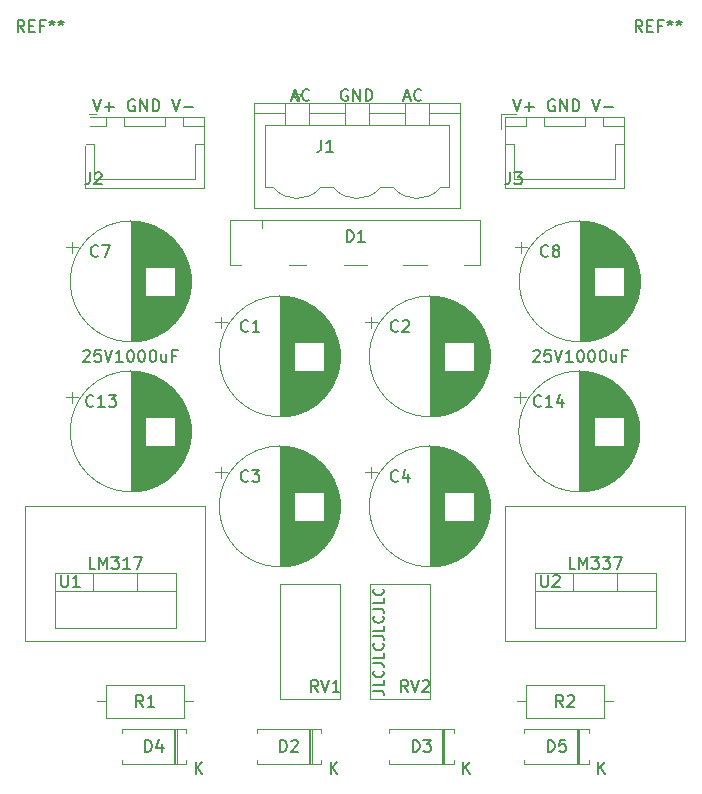
<source format=gto>
G04 #@! TF.GenerationSoftware,KiCad,Pcbnew,(5.1.5)-3*
G04 #@! TF.CreationDate,2020-03-29T19:39:18+08:00*
G04 #@! TF.ProjectId,317337,33313733-3337-42e6-9b69-6361645f7063,rev?*
G04 #@! TF.SameCoordinates,Original*
G04 #@! TF.FileFunction,Legend,Top*
G04 #@! TF.FilePolarity,Positive*
%FSLAX46Y46*%
G04 Gerber Fmt 4.6, Leading zero omitted, Abs format (unit mm)*
G04 Created by KiCad (PCBNEW (5.1.5)-3) date 2020-03-29 19:39:18*
%MOMM*%
%LPD*%
G04 APERTURE LIST*
%ADD10C,0.150000*%
%ADD11C,0.120000*%
%ADD12O,1.702000X1.702000*%
%ADD13C,1.702000*%
%ADD14C,6.502000*%
%ADD15C,0.902000*%
%ADD16O,1.902000X1.902000*%
%ADD17R,1.902000X1.902000*%
%ADD18O,1.802000X2.052000*%
%ADD19C,0.100000*%
%ADD20O,2.182000X3.702000*%
%ADD21C,2.102000*%
%ADD22R,2.102000X2.102000*%
%ADD23O,2.007000X2.102000*%
%ADD24R,2.007000X2.102000*%
%ADD25C,1.542000*%
%ADD26R,3.302000X3.302000*%
%ADD27C,3.302000*%
G04 APERTURE END LIST*
D10*
X141239142Y-91787142D02*
X141882000Y-91787142D01*
X142010571Y-91830000D01*
X142096285Y-91915714D01*
X142139142Y-92044285D01*
X142139142Y-92130000D01*
X142139142Y-90930000D02*
X142139142Y-91358571D01*
X141239142Y-91358571D01*
X142053428Y-90115714D02*
X142096285Y-90158571D01*
X142139142Y-90287142D01*
X142139142Y-90372857D01*
X142096285Y-90501428D01*
X142010571Y-90587142D01*
X141924857Y-90630000D01*
X141753428Y-90672857D01*
X141624857Y-90672857D01*
X141453428Y-90630000D01*
X141367714Y-90587142D01*
X141282000Y-90501428D01*
X141239142Y-90372857D01*
X141239142Y-90287142D01*
X141282000Y-90158571D01*
X141324857Y-90115714D01*
X141239142Y-89472857D02*
X141882000Y-89472857D01*
X142010571Y-89515714D01*
X142096285Y-89601428D01*
X142139142Y-89730000D01*
X142139142Y-89815714D01*
X142139142Y-88615714D02*
X142139142Y-89044285D01*
X141239142Y-89044285D01*
X142053428Y-87801428D02*
X142096285Y-87844285D01*
X142139142Y-87972857D01*
X142139142Y-88058571D01*
X142096285Y-88187142D01*
X142010571Y-88272857D01*
X141924857Y-88315714D01*
X141753428Y-88358571D01*
X141624857Y-88358571D01*
X141453428Y-88315714D01*
X141367714Y-88272857D01*
X141282000Y-88187142D01*
X141239142Y-88058571D01*
X141239142Y-87972857D01*
X141282000Y-87844285D01*
X141324857Y-87801428D01*
X141239142Y-87158571D02*
X141882000Y-87158571D01*
X142010571Y-87201428D01*
X142096285Y-87287142D01*
X142139142Y-87415714D01*
X142139142Y-87501428D01*
X142139142Y-86301428D02*
X142139142Y-86730000D01*
X141239142Y-86730000D01*
X142053428Y-85487142D02*
X142096285Y-85530000D01*
X142139142Y-85658571D01*
X142139142Y-85744285D01*
X142096285Y-85872857D01*
X142010571Y-85958571D01*
X141924857Y-86001428D01*
X141753428Y-86044285D01*
X141624857Y-86044285D01*
X141453428Y-86001428D01*
X141367714Y-85958571D01*
X141282000Y-85872857D01*
X141239142Y-85744285D01*
X141239142Y-85658571D01*
X141282000Y-85530000D01*
X141324857Y-85487142D01*
X141239142Y-84844285D02*
X141882000Y-84844285D01*
X142010571Y-84887142D01*
X142096285Y-84972857D01*
X142139142Y-85101428D01*
X142139142Y-85187142D01*
X142139142Y-83987142D02*
X142139142Y-84415714D01*
X141239142Y-84415714D01*
X142053428Y-83172857D02*
X142096285Y-83215714D01*
X142139142Y-83344285D01*
X142139142Y-83430000D01*
X142096285Y-83558571D01*
X142010571Y-83644285D01*
X141924857Y-83687142D01*
X141753428Y-83730000D01*
X141624857Y-83730000D01*
X141453428Y-83687142D01*
X141367714Y-83644285D01*
X141282000Y-83558571D01*
X141239142Y-83430000D01*
X141239142Y-83344285D01*
X141282000Y-83215714D01*
X141324857Y-83172857D01*
X116673809Y-63047619D02*
X116721428Y-63000000D01*
X116816666Y-62952380D01*
X117054761Y-62952380D01*
X117150000Y-63000000D01*
X117197619Y-63047619D01*
X117245238Y-63142857D01*
X117245238Y-63238095D01*
X117197619Y-63380952D01*
X116626190Y-63952380D01*
X117245238Y-63952380D01*
X118150000Y-62952380D02*
X117673809Y-62952380D01*
X117626190Y-63428571D01*
X117673809Y-63380952D01*
X117769047Y-63333333D01*
X118007142Y-63333333D01*
X118102380Y-63380952D01*
X118150000Y-63428571D01*
X118197619Y-63523809D01*
X118197619Y-63761904D01*
X118150000Y-63857142D01*
X118102380Y-63904761D01*
X118007142Y-63952380D01*
X117769047Y-63952380D01*
X117673809Y-63904761D01*
X117626190Y-63857142D01*
X118483333Y-62952380D02*
X118816666Y-63952380D01*
X119150000Y-62952380D01*
X120007142Y-63952380D02*
X119435714Y-63952380D01*
X119721428Y-63952380D02*
X119721428Y-62952380D01*
X119626190Y-63095238D01*
X119530952Y-63190476D01*
X119435714Y-63238095D01*
X120626190Y-62952380D02*
X120721428Y-62952380D01*
X120816666Y-63000000D01*
X120864285Y-63047619D01*
X120911904Y-63142857D01*
X120959523Y-63333333D01*
X120959523Y-63571428D01*
X120911904Y-63761904D01*
X120864285Y-63857142D01*
X120816666Y-63904761D01*
X120721428Y-63952380D01*
X120626190Y-63952380D01*
X120530952Y-63904761D01*
X120483333Y-63857142D01*
X120435714Y-63761904D01*
X120388095Y-63571428D01*
X120388095Y-63333333D01*
X120435714Y-63142857D01*
X120483333Y-63047619D01*
X120530952Y-63000000D01*
X120626190Y-62952380D01*
X121578571Y-62952380D02*
X121673809Y-62952380D01*
X121769047Y-63000000D01*
X121816666Y-63047619D01*
X121864285Y-63142857D01*
X121911904Y-63333333D01*
X121911904Y-63571428D01*
X121864285Y-63761904D01*
X121816666Y-63857142D01*
X121769047Y-63904761D01*
X121673809Y-63952380D01*
X121578571Y-63952380D01*
X121483333Y-63904761D01*
X121435714Y-63857142D01*
X121388095Y-63761904D01*
X121340476Y-63571428D01*
X121340476Y-63333333D01*
X121388095Y-63142857D01*
X121435714Y-63047619D01*
X121483333Y-63000000D01*
X121578571Y-62952380D01*
X122530952Y-62952380D02*
X122626190Y-62952380D01*
X122721428Y-63000000D01*
X122769047Y-63047619D01*
X122816666Y-63142857D01*
X122864285Y-63333333D01*
X122864285Y-63571428D01*
X122816666Y-63761904D01*
X122769047Y-63857142D01*
X122721428Y-63904761D01*
X122626190Y-63952380D01*
X122530952Y-63952380D01*
X122435714Y-63904761D01*
X122388095Y-63857142D01*
X122340476Y-63761904D01*
X122292857Y-63571428D01*
X122292857Y-63333333D01*
X122340476Y-63142857D01*
X122388095Y-63047619D01*
X122435714Y-63000000D01*
X122530952Y-62952380D01*
X123721428Y-63285714D02*
X123721428Y-63952380D01*
X123292857Y-63285714D02*
X123292857Y-63809523D01*
X123340476Y-63904761D01*
X123435714Y-63952380D01*
X123578571Y-63952380D01*
X123673809Y-63904761D01*
X123721428Y-63857142D01*
X124530952Y-63428571D02*
X124197619Y-63428571D01*
X124197619Y-63952380D02*
X124197619Y-62952380D01*
X124673809Y-62952380D01*
X154773809Y-63047619D02*
X154821428Y-63000000D01*
X154916666Y-62952380D01*
X155154761Y-62952380D01*
X155250000Y-63000000D01*
X155297619Y-63047619D01*
X155345238Y-63142857D01*
X155345238Y-63238095D01*
X155297619Y-63380952D01*
X154726190Y-63952380D01*
X155345238Y-63952380D01*
X156250000Y-62952380D02*
X155773809Y-62952380D01*
X155726190Y-63428571D01*
X155773809Y-63380952D01*
X155869047Y-63333333D01*
X156107142Y-63333333D01*
X156202380Y-63380952D01*
X156250000Y-63428571D01*
X156297619Y-63523809D01*
X156297619Y-63761904D01*
X156250000Y-63857142D01*
X156202380Y-63904761D01*
X156107142Y-63952380D01*
X155869047Y-63952380D01*
X155773809Y-63904761D01*
X155726190Y-63857142D01*
X156583333Y-62952380D02*
X156916666Y-63952380D01*
X157250000Y-62952380D01*
X158107142Y-63952380D02*
X157535714Y-63952380D01*
X157821428Y-63952380D02*
X157821428Y-62952380D01*
X157726190Y-63095238D01*
X157630952Y-63190476D01*
X157535714Y-63238095D01*
X158726190Y-62952380D02*
X158821428Y-62952380D01*
X158916666Y-63000000D01*
X158964285Y-63047619D01*
X159011904Y-63142857D01*
X159059523Y-63333333D01*
X159059523Y-63571428D01*
X159011904Y-63761904D01*
X158964285Y-63857142D01*
X158916666Y-63904761D01*
X158821428Y-63952380D01*
X158726190Y-63952380D01*
X158630952Y-63904761D01*
X158583333Y-63857142D01*
X158535714Y-63761904D01*
X158488095Y-63571428D01*
X158488095Y-63333333D01*
X158535714Y-63142857D01*
X158583333Y-63047619D01*
X158630952Y-63000000D01*
X158726190Y-62952380D01*
X159678571Y-62952380D02*
X159773809Y-62952380D01*
X159869047Y-63000000D01*
X159916666Y-63047619D01*
X159964285Y-63142857D01*
X160011904Y-63333333D01*
X160011904Y-63571428D01*
X159964285Y-63761904D01*
X159916666Y-63857142D01*
X159869047Y-63904761D01*
X159773809Y-63952380D01*
X159678571Y-63952380D01*
X159583333Y-63904761D01*
X159535714Y-63857142D01*
X159488095Y-63761904D01*
X159440476Y-63571428D01*
X159440476Y-63333333D01*
X159488095Y-63142857D01*
X159535714Y-63047619D01*
X159583333Y-63000000D01*
X159678571Y-62952380D01*
X160630952Y-62952380D02*
X160726190Y-62952380D01*
X160821428Y-63000000D01*
X160869047Y-63047619D01*
X160916666Y-63142857D01*
X160964285Y-63333333D01*
X160964285Y-63571428D01*
X160916666Y-63761904D01*
X160869047Y-63857142D01*
X160821428Y-63904761D01*
X160726190Y-63952380D01*
X160630952Y-63952380D01*
X160535714Y-63904761D01*
X160488095Y-63857142D01*
X160440476Y-63761904D01*
X160392857Y-63571428D01*
X160392857Y-63333333D01*
X160440476Y-63142857D01*
X160488095Y-63047619D01*
X160535714Y-63000000D01*
X160630952Y-62952380D01*
X161821428Y-63285714D02*
X161821428Y-63952380D01*
X161392857Y-63285714D02*
X161392857Y-63809523D01*
X161440476Y-63904761D01*
X161535714Y-63952380D01*
X161678571Y-63952380D01*
X161773809Y-63904761D01*
X161821428Y-63857142D01*
X162630952Y-63428571D02*
X162297619Y-63428571D01*
X162297619Y-63952380D02*
X162297619Y-62952380D01*
X162773809Y-62952380D01*
X158329523Y-81478380D02*
X157853333Y-81478380D01*
X157853333Y-80478380D01*
X158662857Y-81478380D02*
X158662857Y-80478380D01*
X158996190Y-81192666D01*
X159329523Y-80478380D01*
X159329523Y-81478380D01*
X159710476Y-80478380D02*
X160329523Y-80478380D01*
X159996190Y-80859333D01*
X160139047Y-80859333D01*
X160234285Y-80906952D01*
X160281904Y-80954571D01*
X160329523Y-81049809D01*
X160329523Y-81287904D01*
X160281904Y-81383142D01*
X160234285Y-81430761D01*
X160139047Y-81478380D01*
X159853333Y-81478380D01*
X159758095Y-81430761D01*
X159710476Y-81383142D01*
X160662857Y-80478380D02*
X161281904Y-80478380D01*
X160948571Y-80859333D01*
X161091428Y-80859333D01*
X161186666Y-80906952D01*
X161234285Y-80954571D01*
X161281904Y-81049809D01*
X161281904Y-81287904D01*
X161234285Y-81383142D01*
X161186666Y-81430761D01*
X161091428Y-81478380D01*
X160805714Y-81478380D01*
X160710476Y-81430761D01*
X160662857Y-81383142D01*
X161615238Y-80478380D02*
X162281904Y-80478380D01*
X161853333Y-81478380D01*
X117689523Y-81478380D02*
X117213333Y-81478380D01*
X117213333Y-80478380D01*
X118022857Y-81478380D02*
X118022857Y-80478380D01*
X118356190Y-81192666D01*
X118689523Y-80478380D01*
X118689523Y-81478380D01*
X119070476Y-80478380D02*
X119689523Y-80478380D01*
X119356190Y-80859333D01*
X119499047Y-80859333D01*
X119594285Y-80906952D01*
X119641904Y-80954571D01*
X119689523Y-81049809D01*
X119689523Y-81287904D01*
X119641904Y-81383142D01*
X119594285Y-81430761D01*
X119499047Y-81478380D01*
X119213333Y-81478380D01*
X119118095Y-81430761D01*
X119070476Y-81383142D01*
X120641904Y-81478380D02*
X120070476Y-81478380D01*
X120356190Y-81478380D02*
X120356190Y-80478380D01*
X120260952Y-80621238D01*
X120165714Y-80716476D01*
X120070476Y-80764095D01*
X120975238Y-80478380D02*
X121641904Y-80478380D01*
X121213333Y-81478380D01*
X117507285Y-41743380D02*
X117840619Y-42743380D01*
X118173952Y-41743380D01*
X118507285Y-42362428D02*
X119269190Y-42362428D01*
X118888238Y-42743380D02*
X118888238Y-41981476D01*
X121031095Y-41791000D02*
X120935857Y-41743380D01*
X120793000Y-41743380D01*
X120650142Y-41791000D01*
X120554904Y-41886238D01*
X120507285Y-41981476D01*
X120459666Y-42171952D01*
X120459666Y-42314809D01*
X120507285Y-42505285D01*
X120554904Y-42600523D01*
X120650142Y-42695761D01*
X120793000Y-42743380D01*
X120888238Y-42743380D01*
X121031095Y-42695761D01*
X121078714Y-42648142D01*
X121078714Y-42314809D01*
X120888238Y-42314809D01*
X121507285Y-42743380D02*
X121507285Y-41743380D01*
X122078714Y-42743380D01*
X122078714Y-41743380D01*
X122554904Y-42743380D02*
X122554904Y-41743380D01*
X122793000Y-41743380D01*
X122935857Y-41791000D01*
X123031095Y-41886238D01*
X123078714Y-41981476D01*
X123126333Y-42171952D01*
X123126333Y-42314809D01*
X123078714Y-42505285D01*
X123031095Y-42600523D01*
X122935857Y-42695761D01*
X122793000Y-42743380D01*
X122554904Y-42743380D01*
X124173952Y-41743380D02*
X124507285Y-42743380D01*
X124840619Y-41743380D01*
X125173952Y-42362428D02*
X125935857Y-42362428D01*
X153067285Y-41743380D02*
X153400619Y-42743380D01*
X153733952Y-41743380D01*
X154067285Y-42362428D02*
X154829190Y-42362428D01*
X154448238Y-42743380D02*
X154448238Y-41981476D01*
X156591095Y-41791000D02*
X156495857Y-41743380D01*
X156353000Y-41743380D01*
X156210142Y-41791000D01*
X156114904Y-41886238D01*
X156067285Y-41981476D01*
X156019666Y-42171952D01*
X156019666Y-42314809D01*
X156067285Y-42505285D01*
X156114904Y-42600523D01*
X156210142Y-42695761D01*
X156353000Y-42743380D01*
X156448238Y-42743380D01*
X156591095Y-42695761D01*
X156638714Y-42648142D01*
X156638714Y-42314809D01*
X156448238Y-42314809D01*
X157067285Y-42743380D02*
X157067285Y-41743380D01*
X157638714Y-42743380D01*
X157638714Y-41743380D01*
X158114904Y-42743380D02*
X158114904Y-41743380D01*
X158353000Y-41743380D01*
X158495857Y-41791000D01*
X158591095Y-41886238D01*
X158638714Y-41981476D01*
X158686333Y-42171952D01*
X158686333Y-42314809D01*
X158638714Y-42505285D01*
X158591095Y-42600523D01*
X158495857Y-42695761D01*
X158353000Y-42743380D01*
X158114904Y-42743380D01*
X159733952Y-41743380D02*
X160067285Y-42743380D01*
X160400619Y-41743380D01*
X160733952Y-42362428D02*
X161495857Y-42362428D01*
X134350809Y-41568666D02*
X134827000Y-41568666D01*
X134255571Y-41854380D02*
X134588904Y-40854380D01*
X134922238Y-41854380D01*
X135827000Y-41759142D02*
X135779380Y-41806761D01*
X135636523Y-41854380D01*
X135541285Y-41854380D01*
X135398428Y-41806761D01*
X135303190Y-41711523D01*
X135255571Y-41616285D01*
X135207952Y-41425809D01*
X135207952Y-41282952D01*
X135255571Y-41092476D01*
X135303190Y-40997238D01*
X135398428Y-40902000D01*
X135541285Y-40854380D01*
X135636523Y-40854380D01*
X135779380Y-40902000D01*
X135827000Y-40949619D01*
X139065095Y-40902000D02*
X138969857Y-40854380D01*
X138827000Y-40854380D01*
X138684142Y-40902000D01*
X138588904Y-40997238D01*
X138541285Y-41092476D01*
X138493666Y-41282952D01*
X138493666Y-41425809D01*
X138541285Y-41616285D01*
X138588904Y-41711523D01*
X138684142Y-41806761D01*
X138827000Y-41854380D01*
X138922238Y-41854380D01*
X139065095Y-41806761D01*
X139112714Y-41759142D01*
X139112714Y-41425809D01*
X138922238Y-41425809D01*
X139541285Y-41854380D02*
X139541285Y-40854380D01*
X140112714Y-41854380D01*
X140112714Y-40854380D01*
X140588904Y-41854380D02*
X140588904Y-40854380D01*
X140827000Y-40854380D01*
X140969857Y-40902000D01*
X141065095Y-40997238D01*
X141112714Y-41092476D01*
X141160333Y-41282952D01*
X141160333Y-41425809D01*
X141112714Y-41616285D01*
X141065095Y-41711523D01*
X140969857Y-41806761D01*
X140827000Y-41854380D01*
X140588904Y-41854380D01*
X143827000Y-41568666D02*
X144303190Y-41568666D01*
X143731761Y-41854380D02*
X144065095Y-40854380D01*
X144398428Y-41854380D01*
X145303190Y-41759142D02*
X145255571Y-41806761D01*
X145112714Y-41854380D01*
X145017476Y-41854380D01*
X144874619Y-41806761D01*
X144779380Y-41711523D01*
X144731761Y-41616285D01*
X144684142Y-41425809D01*
X144684142Y-41282952D01*
X144731761Y-41092476D01*
X144779380Y-40997238D01*
X144874619Y-40902000D01*
X145017476Y-40854380D01*
X145112714Y-40854380D01*
X145255571Y-40902000D01*
X145303190Y-40949619D01*
D11*
X111760000Y-87630000D02*
X127000000Y-87630000D01*
X111760000Y-76200000D02*
X111760000Y-87630000D01*
X127000000Y-76200000D02*
X111760000Y-76200000D01*
X127000000Y-87630000D02*
X127000000Y-76200000D01*
X167640000Y-76200000D02*
X152400000Y-76200000D01*
X167640000Y-87630000D02*
X167640000Y-76200000D01*
X152400000Y-87630000D02*
X167640000Y-87630000D01*
X152400000Y-76200000D02*
X152400000Y-87630000D01*
X117880000Y-92710000D02*
X118650000Y-92710000D01*
X125960000Y-92710000D02*
X125190000Y-92710000D01*
X118650000Y-94080000D02*
X125190000Y-94080000D01*
X118650000Y-91340000D02*
X118650000Y-94080000D01*
X125190000Y-91340000D02*
X118650000Y-91340000D01*
X125190000Y-94080000D02*
X125190000Y-91340000D01*
X158690000Y-97990000D02*
X158690000Y-95050000D01*
X158450000Y-97990000D02*
X158450000Y-95050000D01*
X158570000Y-97990000D02*
X158570000Y-95050000D01*
X154030000Y-95050000D02*
X154030000Y-95380000D01*
X159470000Y-95050000D02*
X154030000Y-95050000D01*
X159470000Y-95380000D02*
X159470000Y-95050000D01*
X154030000Y-97990000D02*
X154030000Y-97660000D01*
X159470000Y-97990000D02*
X154030000Y-97990000D01*
X159470000Y-97660000D02*
X159470000Y-97990000D01*
X153440000Y-92710000D02*
X154210000Y-92710000D01*
X161520000Y-92710000D02*
X160750000Y-92710000D01*
X154210000Y-94080000D02*
X160750000Y-94080000D01*
X154210000Y-91340000D02*
X154210000Y-94080000D01*
X160750000Y-91340000D02*
X154210000Y-91340000D01*
X160750000Y-94080000D02*
X160750000Y-91340000D01*
X152090000Y-42970000D02*
X152090000Y-44220000D01*
X153340000Y-42970000D02*
X152090000Y-42970000D01*
X161740000Y-48470000D02*
X157440000Y-48470000D01*
X161740000Y-45520000D02*
X161740000Y-48470000D01*
X162490000Y-45520000D02*
X161740000Y-45520000D01*
X153140000Y-48470000D02*
X157440000Y-48470000D01*
X153140000Y-45520000D02*
X153140000Y-48470000D01*
X152390000Y-45520000D02*
X153140000Y-45520000D01*
X162490000Y-43270000D02*
X160690000Y-43270000D01*
X162490000Y-44020000D02*
X162490000Y-43270000D01*
X160690000Y-44020000D02*
X162490000Y-44020000D01*
X160690000Y-43270000D02*
X160690000Y-44020000D01*
X154190000Y-43270000D02*
X152390000Y-43270000D01*
X154190000Y-44020000D02*
X154190000Y-43270000D01*
X152390000Y-44020000D02*
X154190000Y-44020000D01*
X152390000Y-43270000D02*
X152390000Y-44020000D01*
X159190000Y-43270000D02*
X155690000Y-43270000D01*
X159190000Y-44020000D02*
X159190000Y-43270000D01*
X155690000Y-44020000D02*
X159190000Y-44020000D01*
X155690000Y-43270000D02*
X155690000Y-44020000D01*
X162500000Y-43260000D02*
X152380000Y-43260000D01*
X162500000Y-49230000D02*
X162500000Y-43260000D01*
X152380000Y-49230000D02*
X162500000Y-49230000D01*
X152380000Y-43260000D02*
X152380000Y-49230000D01*
X134480000Y-41280000D02*
X135080000Y-41280000D01*
X134780000Y-41880000D02*
X134480000Y-41280000D01*
X135080000Y-41280000D02*
X134780000Y-41880000D01*
X147680000Y-49190000D02*
X146940000Y-49190000D01*
X147680000Y-43890000D02*
X147680000Y-49190000D01*
X132040000Y-43890000D02*
X147680000Y-43890000D01*
X132040000Y-49190000D02*
X132040000Y-43890000D01*
X132780000Y-49190000D02*
X132040000Y-49190000D01*
X141860000Y-49190000D02*
X142940000Y-49190000D01*
X136780000Y-49190000D02*
X137860000Y-49190000D01*
X145940000Y-43890000D02*
X143940000Y-43890000D01*
X145940000Y-42080000D02*
X145940000Y-43890000D01*
X143940000Y-42080000D02*
X145940000Y-42080000D01*
X143940000Y-43890000D02*
X143940000Y-42080000D01*
X140860000Y-43890000D02*
X138860000Y-43890000D01*
X140860000Y-42080000D02*
X140860000Y-43890000D01*
X138860000Y-42080000D02*
X140860000Y-42080000D01*
X138860000Y-43890000D02*
X138860000Y-42080000D01*
X135780000Y-43890000D02*
X133780000Y-43890000D01*
X135780000Y-42080000D02*
X135780000Y-43890000D01*
X133780000Y-42080000D02*
X135780000Y-42080000D01*
X133780000Y-43890000D02*
X133780000Y-42080000D01*
X140860000Y-42890000D02*
X143940000Y-42890000D01*
X135780000Y-42890000D02*
X138860000Y-42890000D01*
X148590000Y-42890000D02*
X146050000Y-42890000D01*
X131130000Y-42890000D02*
X133670000Y-42890000D01*
X148590000Y-42080000D02*
X131130000Y-42080000D01*
X148590000Y-50900000D02*
X148590000Y-42080000D01*
X131130000Y-50900000D02*
X148590000Y-50900000D01*
X131130000Y-42080000D02*
X131130000Y-50900000D01*
X146926841Y-49205821D02*
G75*
G02X142940000Y-49190000I-1986841J1665821D01*
G01*
X141846841Y-49205821D02*
G75*
G02X137860000Y-49190000I-1986841J1665821D01*
G01*
X136766841Y-49205821D02*
G75*
G02X132780000Y-49190000I-1986841J1665821D01*
G01*
X124590000Y-97990000D02*
X124590000Y-95050000D01*
X124350000Y-97990000D02*
X124350000Y-95050000D01*
X124470000Y-97990000D02*
X124470000Y-95050000D01*
X119930000Y-95050000D02*
X119930000Y-95380000D01*
X125370000Y-95050000D02*
X119930000Y-95050000D01*
X125370000Y-95380000D02*
X125370000Y-95050000D01*
X119930000Y-97990000D02*
X119930000Y-97660000D01*
X125370000Y-97990000D02*
X119930000Y-97990000D01*
X125370000Y-97660000D02*
X125370000Y-97990000D01*
X153683354Y-66475000D02*
X153683354Y-67475000D01*
X153183354Y-66975000D02*
X154183354Y-66975000D01*
X163744000Y-69251000D02*
X163744000Y-70449000D01*
X163704000Y-68988000D02*
X163704000Y-70712000D01*
X163664000Y-68788000D02*
X163664000Y-70912000D01*
X163624000Y-68620000D02*
X163624000Y-71080000D01*
X163584000Y-68472000D02*
X163584000Y-71228000D01*
X163544000Y-68340000D02*
X163544000Y-71360000D01*
X163504000Y-68220000D02*
X163504000Y-71480000D01*
X163464000Y-68108000D02*
X163464000Y-71592000D01*
X163424000Y-68004000D02*
X163424000Y-71696000D01*
X163384000Y-67906000D02*
X163384000Y-71794000D01*
X163344000Y-67813000D02*
X163344000Y-71887000D01*
X163304000Y-67725000D02*
X163304000Y-71975000D01*
X163264000Y-67641000D02*
X163264000Y-72059000D01*
X163224000Y-67561000D02*
X163224000Y-72139000D01*
X163184000Y-67485000D02*
X163184000Y-72215000D01*
X163144000Y-67411000D02*
X163144000Y-72289000D01*
X163104000Y-67340000D02*
X163104000Y-72360000D01*
X163064000Y-67271000D02*
X163064000Y-72429000D01*
X163024000Y-67205000D02*
X163024000Y-72495000D01*
X162984000Y-67141000D02*
X162984000Y-72559000D01*
X162944000Y-67080000D02*
X162944000Y-72620000D01*
X162904000Y-67020000D02*
X162904000Y-72680000D01*
X162864000Y-66961000D02*
X162864000Y-72739000D01*
X162824000Y-66905000D02*
X162824000Y-72795000D01*
X162784000Y-66850000D02*
X162784000Y-72850000D01*
X162744000Y-66796000D02*
X162744000Y-72904000D01*
X162704000Y-66744000D02*
X162704000Y-72956000D01*
X162664000Y-66694000D02*
X162664000Y-73006000D01*
X162624000Y-66644000D02*
X162624000Y-73056000D01*
X162584000Y-66596000D02*
X162584000Y-73104000D01*
X162544000Y-66549000D02*
X162544000Y-73151000D01*
X162504000Y-66503000D02*
X162504000Y-73197000D01*
X162464000Y-66458000D02*
X162464000Y-73242000D01*
X162424000Y-66414000D02*
X162424000Y-73286000D01*
X162384000Y-71091000D02*
X162384000Y-73328000D01*
X162384000Y-66372000D02*
X162384000Y-68609000D01*
X162344000Y-71091000D02*
X162344000Y-73370000D01*
X162344000Y-66330000D02*
X162344000Y-68609000D01*
X162304000Y-71091000D02*
X162304000Y-73411000D01*
X162304000Y-66289000D02*
X162304000Y-68609000D01*
X162264000Y-71091000D02*
X162264000Y-73451000D01*
X162264000Y-66249000D02*
X162264000Y-68609000D01*
X162224000Y-71091000D02*
X162224000Y-73490000D01*
X162224000Y-66210000D02*
X162224000Y-68609000D01*
X162184000Y-71091000D02*
X162184000Y-73529000D01*
X162184000Y-66171000D02*
X162184000Y-68609000D01*
X162144000Y-71091000D02*
X162144000Y-73566000D01*
X162144000Y-66134000D02*
X162144000Y-68609000D01*
X162104000Y-71091000D02*
X162104000Y-73603000D01*
X162104000Y-66097000D02*
X162104000Y-68609000D01*
X162064000Y-71091000D02*
X162064000Y-73639000D01*
X162064000Y-66061000D02*
X162064000Y-68609000D01*
X162024000Y-71091000D02*
X162024000Y-73674000D01*
X162024000Y-66026000D02*
X162024000Y-68609000D01*
X161984000Y-71091000D02*
X161984000Y-73708000D01*
X161984000Y-65992000D02*
X161984000Y-68609000D01*
X161944000Y-71091000D02*
X161944000Y-73742000D01*
X161944000Y-65958000D02*
X161944000Y-68609000D01*
X161904000Y-71091000D02*
X161904000Y-73775000D01*
X161904000Y-65925000D02*
X161904000Y-68609000D01*
X161864000Y-71091000D02*
X161864000Y-73807000D01*
X161864000Y-65893000D02*
X161864000Y-68609000D01*
X161824000Y-71091000D02*
X161824000Y-73839000D01*
X161824000Y-65861000D02*
X161824000Y-68609000D01*
X161784000Y-71091000D02*
X161784000Y-73870000D01*
X161784000Y-65830000D02*
X161784000Y-68609000D01*
X161744000Y-71091000D02*
X161744000Y-73900000D01*
X161744000Y-65800000D02*
X161744000Y-68609000D01*
X161704000Y-71091000D02*
X161704000Y-73930000D01*
X161704000Y-65770000D02*
X161704000Y-68609000D01*
X161664000Y-71091000D02*
X161664000Y-73960000D01*
X161664000Y-65740000D02*
X161664000Y-68609000D01*
X161624000Y-71091000D02*
X161624000Y-73988000D01*
X161624000Y-65712000D02*
X161624000Y-68609000D01*
X161584000Y-71091000D02*
X161584000Y-74016000D01*
X161584000Y-65684000D02*
X161584000Y-68609000D01*
X161544000Y-71091000D02*
X161544000Y-74044000D01*
X161544000Y-65656000D02*
X161544000Y-68609000D01*
X161504000Y-71091000D02*
X161504000Y-74071000D01*
X161504000Y-65629000D02*
X161504000Y-68609000D01*
X161464000Y-71091000D02*
X161464000Y-74097000D01*
X161464000Y-65603000D02*
X161464000Y-68609000D01*
X161424000Y-71091000D02*
X161424000Y-74123000D01*
X161424000Y-65577000D02*
X161424000Y-68609000D01*
X161384000Y-71091000D02*
X161384000Y-74148000D01*
X161384000Y-65552000D02*
X161384000Y-68609000D01*
X161344000Y-71091000D02*
X161344000Y-74173000D01*
X161344000Y-65527000D02*
X161344000Y-68609000D01*
X161304000Y-71091000D02*
X161304000Y-74197000D01*
X161304000Y-65503000D02*
X161304000Y-68609000D01*
X161264000Y-71091000D02*
X161264000Y-74221000D01*
X161264000Y-65479000D02*
X161264000Y-68609000D01*
X161224000Y-71091000D02*
X161224000Y-74245000D01*
X161224000Y-65455000D02*
X161224000Y-68609000D01*
X161184000Y-71091000D02*
X161184000Y-74267000D01*
X161184000Y-65433000D02*
X161184000Y-68609000D01*
X161144000Y-71091000D02*
X161144000Y-74290000D01*
X161144000Y-65410000D02*
X161144000Y-68609000D01*
X161104000Y-71091000D02*
X161104000Y-74312000D01*
X161104000Y-65388000D02*
X161104000Y-68609000D01*
X161064000Y-71091000D02*
X161064000Y-74333000D01*
X161064000Y-65367000D02*
X161064000Y-68609000D01*
X161024000Y-71091000D02*
X161024000Y-74354000D01*
X161024000Y-65346000D02*
X161024000Y-68609000D01*
X160984000Y-71091000D02*
X160984000Y-74375000D01*
X160984000Y-65325000D02*
X160984000Y-68609000D01*
X160944000Y-71091000D02*
X160944000Y-74395000D01*
X160944000Y-65305000D02*
X160944000Y-68609000D01*
X160904000Y-71091000D02*
X160904000Y-74414000D01*
X160904000Y-65286000D02*
X160904000Y-68609000D01*
X160864000Y-71091000D02*
X160864000Y-74434000D01*
X160864000Y-65266000D02*
X160864000Y-68609000D01*
X160824000Y-71091000D02*
X160824000Y-74453000D01*
X160824000Y-65247000D02*
X160824000Y-68609000D01*
X160784000Y-71091000D02*
X160784000Y-74471000D01*
X160784000Y-65229000D02*
X160784000Y-68609000D01*
X160744000Y-71091000D02*
X160744000Y-74489000D01*
X160744000Y-65211000D02*
X160744000Y-68609000D01*
X160704000Y-71091000D02*
X160704000Y-74507000D01*
X160704000Y-65193000D02*
X160704000Y-68609000D01*
X160664000Y-71091000D02*
X160664000Y-74524000D01*
X160664000Y-65176000D02*
X160664000Y-68609000D01*
X160624000Y-71091000D02*
X160624000Y-74540000D01*
X160624000Y-65160000D02*
X160624000Y-68609000D01*
X160584000Y-71091000D02*
X160584000Y-74557000D01*
X160584000Y-65143000D02*
X160584000Y-68609000D01*
X160544000Y-71091000D02*
X160544000Y-74573000D01*
X160544000Y-65127000D02*
X160544000Y-68609000D01*
X160504000Y-71091000D02*
X160504000Y-74588000D01*
X160504000Y-65112000D02*
X160504000Y-68609000D01*
X160464000Y-71091000D02*
X160464000Y-74604000D01*
X160464000Y-65096000D02*
X160464000Y-68609000D01*
X160424000Y-71091000D02*
X160424000Y-74618000D01*
X160424000Y-65082000D02*
X160424000Y-68609000D01*
X160384000Y-71091000D02*
X160384000Y-74633000D01*
X160384000Y-65067000D02*
X160384000Y-68609000D01*
X160344000Y-71091000D02*
X160344000Y-74647000D01*
X160344000Y-65053000D02*
X160344000Y-68609000D01*
X160304000Y-71091000D02*
X160304000Y-74661000D01*
X160304000Y-65039000D02*
X160304000Y-68609000D01*
X160264000Y-71091000D02*
X160264000Y-74674000D01*
X160264000Y-65026000D02*
X160264000Y-68609000D01*
X160224000Y-71091000D02*
X160224000Y-74687000D01*
X160224000Y-65013000D02*
X160224000Y-68609000D01*
X160184000Y-71091000D02*
X160184000Y-74700000D01*
X160184000Y-65000000D02*
X160184000Y-68609000D01*
X160144000Y-71091000D02*
X160144000Y-74712000D01*
X160144000Y-64988000D02*
X160144000Y-68609000D01*
X160104000Y-71091000D02*
X160104000Y-74724000D01*
X160104000Y-64976000D02*
X160104000Y-68609000D01*
X160064000Y-71091000D02*
X160064000Y-74735000D01*
X160064000Y-64965000D02*
X160064000Y-68609000D01*
X160024000Y-71091000D02*
X160024000Y-74747000D01*
X160024000Y-64953000D02*
X160024000Y-68609000D01*
X159984000Y-71091000D02*
X159984000Y-74757000D01*
X159984000Y-64943000D02*
X159984000Y-68609000D01*
X159944000Y-71091000D02*
X159944000Y-74768000D01*
X159944000Y-64932000D02*
X159944000Y-68609000D01*
X159904000Y-64922000D02*
X159904000Y-74778000D01*
X159864000Y-64912000D02*
X159864000Y-74788000D01*
X159824000Y-64903000D02*
X159824000Y-74797000D01*
X159784000Y-64894000D02*
X159784000Y-74806000D01*
X159744000Y-64885000D02*
X159744000Y-74815000D01*
X159704000Y-64876000D02*
X159704000Y-74824000D01*
X159664000Y-64868000D02*
X159664000Y-74832000D01*
X159624000Y-64860000D02*
X159624000Y-74840000D01*
X159584000Y-64853000D02*
X159584000Y-74847000D01*
X159544000Y-64846000D02*
X159544000Y-74854000D01*
X159504000Y-64839000D02*
X159504000Y-74861000D01*
X159464000Y-64832000D02*
X159464000Y-74868000D01*
X159424000Y-64826000D02*
X159424000Y-74874000D01*
X159384000Y-64820000D02*
X159384000Y-74880000D01*
X159343000Y-64815000D02*
X159343000Y-74885000D01*
X159303000Y-64810000D02*
X159303000Y-74890000D01*
X159263000Y-64805000D02*
X159263000Y-74895000D01*
X159223000Y-64800000D02*
X159223000Y-74900000D01*
X159183000Y-64796000D02*
X159183000Y-74904000D01*
X159143000Y-64792000D02*
X159143000Y-74908000D01*
X159103000Y-64788000D02*
X159103000Y-74912000D01*
X159063000Y-64785000D02*
X159063000Y-74915000D01*
X159023000Y-64782000D02*
X159023000Y-74918000D01*
X158983000Y-64780000D02*
X158983000Y-74920000D01*
X158943000Y-64777000D02*
X158943000Y-74923000D01*
X158903000Y-64775000D02*
X158903000Y-74925000D01*
X158863000Y-64773000D02*
X158863000Y-74927000D01*
X158823000Y-64772000D02*
X158823000Y-74928000D01*
X158783000Y-64771000D02*
X158783000Y-74929000D01*
X158743000Y-64770000D02*
X158743000Y-74930000D01*
X158703000Y-64770000D02*
X158703000Y-74930000D01*
X158663000Y-64770000D02*
X158663000Y-74930000D01*
X163783000Y-69850000D02*
G75*
G03X163783000Y-69850000I-5120000J0D01*
G01*
X115710354Y-66475000D02*
X115710354Y-67475000D01*
X115210354Y-66975000D02*
X116210354Y-66975000D01*
X125771000Y-69251000D02*
X125771000Y-70449000D01*
X125731000Y-68988000D02*
X125731000Y-70712000D01*
X125691000Y-68788000D02*
X125691000Y-70912000D01*
X125651000Y-68620000D02*
X125651000Y-71080000D01*
X125611000Y-68472000D02*
X125611000Y-71228000D01*
X125571000Y-68340000D02*
X125571000Y-71360000D01*
X125531000Y-68220000D02*
X125531000Y-71480000D01*
X125491000Y-68108000D02*
X125491000Y-71592000D01*
X125451000Y-68004000D02*
X125451000Y-71696000D01*
X125411000Y-67906000D02*
X125411000Y-71794000D01*
X125371000Y-67813000D02*
X125371000Y-71887000D01*
X125331000Y-67725000D02*
X125331000Y-71975000D01*
X125291000Y-67641000D02*
X125291000Y-72059000D01*
X125251000Y-67561000D02*
X125251000Y-72139000D01*
X125211000Y-67485000D02*
X125211000Y-72215000D01*
X125171000Y-67411000D02*
X125171000Y-72289000D01*
X125131000Y-67340000D02*
X125131000Y-72360000D01*
X125091000Y-67271000D02*
X125091000Y-72429000D01*
X125051000Y-67205000D02*
X125051000Y-72495000D01*
X125011000Y-67141000D02*
X125011000Y-72559000D01*
X124971000Y-67080000D02*
X124971000Y-72620000D01*
X124931000Y-67020000D02*
X124931000Y-72680000D01*
X124891000Y-66961000D02*
X124891000Y-72739000D01*
X124851000Y-66905000D02*
X124851000Y-72795000D01*
X124811000Y-66850000D02*
X124811000Y-72850000D01*
X124771000Y-66796000D02*
X124771000Y-72904000D01*
X124731000Y-66744000D02*
X124731000Y-72956000D01*
X124691000Y-66694000D02*
X124691000Y-73006000D01*
X124651000Y-66644000D02*
X124651000Y-73056000D01*
X124611000Y-66596000D02*
X124611000Y-73104000D01*
X124571000Y-66549000D02*
X124571000Y-73151000D01*
X124531000Y-66503000D02*
X124531000Y-73197000D01*
X124491000Y-66458000D02*
X124491000Y-73242000D01*
X124451000Y-66414000D02*
X124451000Y-73286000D01*
X124411000Y-71091000D02*
X124411000Y-73328000D01*
X124411000Y-66372000D02*
X124411000Y-68609000D01*
X124371000Y-71091000D02*
X124371000Y-73370000D01*
X124371000Y-66330000D02*
X124371000Y-68609000D01*
X124331000Y-71091000D02*
X124331000Y-73411000D01*
X124331000Y-66289000D02*
X124331000Y-68609000D01*
X124291000Y-71091000D02*
X124291000Y-73451000D01*
X124291000Y-66249000D02*
X124291000Y-68609000D01*
X124251000Y-71091000D02*
X124251000Y-73490000D01*
X124251000Y-66210000D02*
X124251000Y-68609000D01*
X124211000Y-71091000D02*
X124211000Y-73529000D01*
X124211000Y-66171000D02*
X124211000Y-68609000D01*
X124171000Y-71091000D02*
X124171000Y-73566000D01*
X124171000Y-66134000D02*
X124171000Y-68609000D01*
X124131000Y-71091000D02*
X124131000Y-73603000D01*
X124131000Y-66097000D02*
X124131000Y-68609000D01*
X124091000Y-71091000D02*
X124091000Y-73639000D01*
X124091000Y-66061000D02*
X124091000Y-68609000D01*
X124051000Y-71091000D02*
X124051000Y-73674000D01*
X124051000Y-66026000D02*
X124051000Y-68609000D01*
X124011000Y-71091000D02*
X124011000Y-73708000D01*
X124011000Y-65992000D02*
X124011000Y-68609000D01*
X123971000Y-71091000D02*
X123971000Y-73742000D01*
X123971000Y-65958000D02*
X123971000Y-68609000D01*
X123931000Y-71091000D02*
X123931000Y-73775000D01*
X123931000Y-65925000D02*
X123931000Y-68609000D01*
X123891000Y-71091000D02*
X123891000Y-73807000D01*
X123891000Y-65893000D02*
X123891000Y-68609000D01*
X123851000Y-71091000D02*
X123851000Y-73839000D01*
X123851000Y-65861000D02*
X123851000Y-68609000D01*
X123811000Y-71091000D02*
X123811000Y-73870000D01*
X123811000Y-65830000D02*
X123811000Y-68609000D01*
X123771000Y-71091000D02*
X123771000Y-73900000D01*
X123771000Y-65800000D02*
X123771000Y-68609000D01*
X123731000Y-71091000D02*
X123731000Y-73930000D01*
X123731000Y-65770000D02*
X123731000Y-68609000D01*
X123691000Y-71091000D02*
X123691000Y-73960000D01*
X123691000Y-65740000D02*
X123691000Y-68609000D01*
X123651000Y-71091000D02*
X123651000Y-73988000D01*
X123651000Y-65712000D02*
X123651000Y-68609000D01*
X123611000Y-71091000D02*
X123611000Y-74016000D01*
X123611000Y-65684000D02*
X123611000Y-68609000D01*
X123571000Y-71091000D02*
X123571000Y-74044000D01*
X123571000Y-65656000D02*
X123571000Y-68609000D01*
X123531000Y-71091000D02*
X123531000Y-74071000D01*
X123531000Y-65629000D02*
X123531000Y-68609000D01*
X123491000Y-71091000D02*
X123491000Y-74097000D01*
X123491000Y-65603000D02*
X123491000Y-68609000D01*
X123451000Y-71091000D02*
X123451000Y-74123000D01*
X123451000Y-65577000D02*
X123451000Y-68609000D01*
X123411000Y-71091000D02*
X123411000Y-74148000D01*
X123411000Y-65552000D02*
X123411000Y-68609000D01*
X123371000Y-71091000D02*
X123371000Y-74173000D01*
X123371000Y-65527000D02*
X123371000Y-68609000D01*
X123331000Y-71091000D02*
X123331000Y-74197000D01*
X123331000Y-65503000D02*
X123331000Y-68609000D01*
X123291000Y-71091000D02*
X123291000Y-74221000D01*
X123291000Y-65479000D02*
X123291000Y-68609000D01*
X123251000Y-71091000D02*
X123251000Y-74245000D01*
X123251000Y-65455000D02*
X123251000Y-68609000D01*
X123211000Y-71091000D02*
X123211000Y-74267000D01*
X123211000Y-65433000D02*
X123211000Y-68609000D01*
X123171000Y-71091000D02*
X123171000Y-74290000D01*
X123171000Y-65410000D02*
X123171000Y-68609000D01*
X123131000Y-71091000D02*
X123131000Y-74312000D01*
X123131000Y-65388000D02*
X123131000Y-68609000D01*
X123091000Y-71091000D02*
X123091000Y-74333000D01*
X123091000Y-65367000D02*
X123091000Y-68609000D01*
X123051000Y-71091000D02*
X123051000Y-74354000D01*
X123051000Y-65346000D02*
X123051000Y-68609000D01*
X123011000Y-71091000D02*
X123011000Y-74375000D01*
X123011000Y-65325000D02*
X123011000Y-68609000D01*
X122971000Y-71091000D02*
X122971000Y-74395000D01*
X122971000Y-65305000D02*
X122971000Y-68609000D01*
X122931000Y-71091000D02*
X122931000Y-74414000D01*
X122931000Y-65286000D02*
X122931000Y-68609000D01*
X122891000Y-71091000D02*
X122891000Y-74434000D01*
X122891000Y-65266000D02*
X122891000Y-68609000D01*
X122851000Y-71091000D02*
X122851000Y-74453000D01*
X122851000Y-65247000D02*
X122851000Y-68609000D01*
X122811000Y-71091000D02*
X122811000Y-74471000D01*
X122811000Y-65229000D02*
X122811000Y-68609000D01*
X122771000Y-71091000D02*
X122771000Y-74489000D01*
X122771000Y-65211000D02*
X122771000Y-68609000D01*
X122731000Y-71091000D02*
X122731000Y-74507000D01*
X122731000Y-65193000D02*
X122731000Y-68609000D01*
X122691000Y-71091000D02*
X122691000Y-74524000D01*
X122691000Y-65176000D02*
X122691000Y-68609000D01*
X122651000Y-71091000D02*
X122651000Y-74540000D01*
X122651000Y-65160000D02*
X122651000Y-68609000D01*
X122611000Y-71091000D02*
X122611000Y-74557000D01*
X122611000Y-65143000D02*
X122611000Y-68609000D01*
X122571000Y-71091000D02*
X122571000Y-74573000D01*
X122571000Y-65127000D02*
X122571000Y-68609000D01*
X122531000Y-71091000D02*
X122531000Y-74588000D01*
X122531000Y-65112000D02*
X122531000Y-68609000D01*
X122491000Y-71091000D02*
X122491000Y-74604000D01*
X122491000Y-65096000D02*
X122491000Y-68609000D01*
X122451000Y-71091000D02*
X122451000Y-74618000D01*
X122451000Y-65082000D02*
X122451000Y-68609000D01*
X122411000Y-71091000D02*
X122411000Y-74633000D01*
X122411000Y-65067000D02*
X122411000Y-68609000D01*
X122371000Y-71091000D02*
X122371000Y-74647000D01*
X122371000Y-65053000D02*
X122371000Y-68609000D01*
X122331000Y-71091000D02*
X122331000Y-74661000D01*
X122331000Y-65039000D02*
X122331000Y-68609000D01*
X122291000Y-71091000D02*
X122291000Y-74674000D01*
X122291000Y-65026000D02*
X122291000Y-68609000D01*
X122251000Y-71091000D02*
X122251000Y-74687000D01*
X122251000Y-65013000D02*
X122251000Y-68609000D01*
X122211000Y-71091000D02*
X122211000Y-74700000D01*
X122211000Y-65000000D02*
X122211000Y-68609000D01*
X122171000Y-71091000D02*
X122171000Y-74712000D01*
X122171000Y-64988000D02*
X122171000Y-68609000D01*
X122131000Y-71091000D02*
X122131000Y-74724000D01*
X122131000Y-64976000D02*
X122131000Y-68609000D01*
X122091000Y-71091000D02*
X122091000Y-74735000D01*
X122091000Y-64965000D02*
X122091000Y-68609000D01*
X122051000Y-71091000D02*
X122051000Y-74747000D01*
X122051000Y-64953000D02*
X122051000Y-68609000D01*
X122011000Y-71091000D02*
X122011000Y-74757000D01*
X122011000Y-64943000D02*
X122011000Y-68609000D01*
X121971000Y-71091000D02*
X121971000Y-74768000D01*
X121971000Y-64932000D02*
X121971000Y-68609000D01*
X121931000Y-64922000D02*
X121931000Y-74778000D01*
X121891000Y-64912000D02*
X121891000Y-74788000D01*
X121851000Y-64903000D02*
X121851000Y-74797000D01*
X121811000Y-64894000D02*
X121811000Y-74806000D01*
X121771000Y-64885000D02*
X121771000Y-74815000D01*
X121731000Y-64876000D02*
X121731000Y-74824000D01*
X121691000Y-64868000D02*
X121691000Y-74832000D01*
X121651000Y-64860000D02*
X121651000Y-74840000D01*
X121611000Y-64853000D02*
X121611000Y-74847000D01*
X121571000Y-64846000D02*
X121571000Y-74854000D01*
X121531000Y-64839000D02*
X121531000Y-74861000D01*
X121491000Y-64832000D02*
X121491000Y-74868000D01*
X121451000Y-64826000D02*
X121451000Y-74874000D01*
X121411000Y-64820000D02*
X121411000Y-74880000D01*
X121370000Y-64815000D02*
X121370000Y-74885000D01*
X121330000Y-64810000D02*
X121330000Y-74890000D01*
X121290000Y-64805000D02*
X121290000Y-74895000D01*
X121250000Y-64800000D02*
X121250000Y-74900000D01*
X121210000Y-64796000D02*
X121210000Y-74904000D01*
X121170000Y-64792000D02*
X121170000Y-74908000D01*
X121130000Y-64788000D02*
X121130000Y-74912000D01*
X121090000Y-64785000D02*
X121090000Y-74915000D01*
X121050000Y-64782000D02*
X121050000Y-74918000D01*
X121010000Y-64780000D02*
X121010000Y-74920000D01*
X120970000Y-64777000D02*
X120970000Y-74923000D01*
X120930000Y-64775000D02*
X120930000Y-74925000D01*
X120890000Y-64773000D02*
X120890000Y-74927000D01*
X120850000Y-64772000D02*
X120850000Y-74928000D01*
X120810000Y-64771000D02*
X120810000Y-74929000D01*
X120770000Y-64770000D02*
X120770000Y-74930000D01*
X120730000Y-64770000D02*
X120730000Y-74930000D01*
X120690000Y-64770000D02*
X120690000Y-74930000D01*
X125810000Y-69850000D02*
G75*
G03X125810000Y-69850000I-5120000J0D01*
G01*
X161871000Y-81820000D02*
X161871000Y-83330000D01*
X158170000Y-81820000D02*
X158170000Y-83330000D01*
X154900000Y-83330000D02*
X165140000Y-83330000D01*
X165140000Y-81820000D02*
X165140000Y-86461000D01*
X154900000Y-81820000D02*
X154900000Y-86461000D01*
X154900000Y-86461000D02*
X165140000Y-86461000D01*
X154900000Y-81820000D02*
X165140000Y-81820000D01*
X121231000Y-81820000D02*
X121231000Y-83330000D01*
X117530000Y-81820000D02*
X117530000Y-83330000D01*
X114260000Y-83330000D02*
X124500000Y-83330000D01*
X124500000Y-81820000D02*
X124500000Y-86461000D01*
X114260000Y-81820000D02*
X114260000Y-86461000D01*
X114260000Y-86461000D02*
X124500000Y-86461000D01*
X114260000Y-81820000D02*
X124500000Y-81820000D01*
X146040000Y-92515000D02*
X140970000Y-92515000D01*
X146040000Y-82745000D02*
X140970000Y-82745000D01*
X140970000Y-82745000D02*
X140970000Y-92515000D01*
X146040000Y-82745000D02*
X146040000Y-92515000D01*
X138420000Y-92515000D02*
X133350000Y-92515000D01*
X138420000Y-82745000D02*
X133350000Y-82745000D01*
X133350000Y-82745000D02*
X133350000Y-92515000D01*
X138420000Y-82745000D02*
X138420000Y-92515000D01*
X116530000Y-42970000D02*
X116530000Y-44220000D01*
X117780000Y-42970000D02*
X116530000Y-42970000D01*
X126180000Y-48470000D02*
X121880000Y-48470000D01*
X126180000Y-45520000D02*
X126180000Y-48470000D01*
X126930000Y-45520000D02*
X126180000Y-45520000D01*
X117580000Y-48470000D02*
X121880000Y-48470000D01*
X117580000Y-45520000D02*
X117580000Y-48470000D01*
X116830000Y-45520000D02*
X117580000Y-45520000D01*
X126930000Y-43270000D02*
X125130000Y-43270000D01*
X126930000Y-44020000D02*
X126930000Y-43270000D01*
X125130000Y-44020000D02*
X126930000Y-44020000D01*
X125130000Y-43270000D02*
X125130000Y-44020000D01*
X118630000Y-43270000D02*
X116830000Y-43270000D01*
X118630000Y-44020000D02*
X118630000Y-43270000D01*
X116830000Y-44020000D02*
X118630000Y-44020000D01*
X116830000Y-43270000D02*
X116830000Y-44020000D01*
X123630000Y-43270000D02*
X120130000Y-43270000D01*
X123630000Y-44020000D02*
X123630000Y-43270000D01*
X120130000Y-44020000D02*
X123630000Y-44020000D01*
X120130000Y-43270000D02*
X120130000Y-44020000D01*
X126940000Y-43260000D02*
X116820000Y-43260000D01*
X126940000Y-49230000D02*
X126940000Y-43260000D01*
X116820000Y-49230000D02*
X126940000Y-49230000D01*
X116820000Y-43260000D02*
X116820000Y-49230000D01*
X147260000Y-97990000D02*
X147260000Y-95050000D01*
X147020000Y-97990000D02*
X147020000Y-95050000D01*
X147140000Y-97990000D02*
X147140000Y-95050000D01*
X142600000Y-95050000D02*
X142600000Y-95380000D01*
X148040000Y-95050000D02*
X142600000Y-95050000D01*
X148040000Y-95380000D02*
X148040000Y-95050000D01*
X142600000Y-97990000D02*
X142600000Y-97660000D01*
X148040000Y-97990000D02*
X142600000Y-97990000D01*
X148040000Y-97660000D02*
X148040000Y-97990000D01*
X136020000Y-97990000D02*
X136020000Y-95050000D01*
X135780000Y-97990000D02*
X135780000Y-95050000D01*
X135900000Y-97990000D02*
X135900000Y-95050000D01*
X131360000Y-95050000D02*
X131360000Y-95380000D01*
X136800000Y-95050000D02*
X131360000Y-95050000D01*
X136800000Y-95380000D02*
X136800000Y-95050000D01*
X131360000Y-97990000D02*
X131360000Y-97660000D01*
X136800000Y-97990000D02*
X131360000Y-97990000D01*
X136800000Y-97660000D02*
X136800000Y-97990000D01*
X129130000Y-55760000D02*
X130080000Y-55760000D01*
X134080000Y-55760000D02*
X135580000Y-55760000D01*
X138780000Y-55760000D02*
X140680000Y-55760000D01*
X143780000Y-55760000D02*
X145780000Y-55760000D01*
X148880000Y-55760000D02*
X150280000Y-55760000D01*
X150280000Y-55760000D02*
X150280000Y-51960000D01*
X150280000Y-51960000D02*
X129130000Y-51960000D01*
X129130000Y-51960000D02*
X129130000Y-55760000D01*
X131780000Y-51960000D02*
X131780000Y-52660000D01*
X153730354Y-53775000D02*
X153730354Y-54775000D01*
X153230354Y-54275000D02*
X154230354Y-54275000D01*
X163791000Y-56551000D02*
X163791000Y-57749000D01*
X163751000Y-56288000D02*
X163751000Y-58012000D01*
X163711000Y-56088000D02*
X163711000Y-58212000D01*
X163671000Y-55920000D02*
X163671000Y-58380000D01*
X163631000Y-55772000D02*
X163631000Y-58528000D01*
X163591000Y-55640000D02*
X163591000Y-58660000D01*
X163551000Y-55520000D02*
X163551000Y-58780000D01*
X163511000Y-55408000D02*
X163511000Y-58892000D01*
X163471000Y-55304000D02*
X163471000Y-58996000D01*
X163431000Y-55206000D02*
X163431000Y-59094000D01*
X163391000Y-55113000D02*
X163391000Y-59187000D01*
X163351000Y-55025000D02*
X163351000Y-59275000D01*
X163311000Y-54941000D02*
X163311000Y-59359000D01*
X163271000Y-54861000D02*
X163271000Y-59439000D01*
X163231000Y-54785000D02*
X163231000Y-59515000D01*
X163191000Y-54711000D02*
X163191000Y-59589000D01*
X163151000Y-54640000D02*
X163151000Y-59660000D01*
X163111000Y-54571000D02*
X163111000Y-59729000D01*
X163071000Y-54505000D02*
X163071000Y-59795000D01*
X163031000Y-54441000D02*
X163031000Y-59859000D01*
X162991000Y-54380000D02*
X162991000Y-59920000D01*
X162951000Y-54320000D02*
X162951000Y-59980000D01*
X162911000Y-54261000D02*
X162911000Y-60039000D01*
X162871000Y-54205000D02*
X162871000Y-60095000D01*
X162831000Y-54150000D02*
X162831000Y-60150000D01*
X162791000Y-54096000D02*
X162791000Y-60204000D01*
X162751000Y-54044000D02*
X162751000Y-60256000D01*
X162711000Y-53994000D02*
X162711000Y-60306000D01*
X162671000Y-53944000D02*
X162671000Y-60356000D01*
X162631000Y-53896000D02*
X162631000Y-60404000D01*
X162591000Y-53849000D02*
X162591000Y-60451000D01*
X162551000Y-53803000D02*
X162551000Y-60497000D01*
X162511000Y-53758000D02*
X162511000Y-60542000D01*
X162471000Y-53714000D02*
X162471000Y-60586000D01*
X162431000Y-58391000D02*
X162431000Y-60628000D01*
X162431000Y-53672000D02*
X162431000Y-55909000D01*
X162391000Y-58391000D02*
X162391000Y-60670000D01*
X162391000Y-53630000D02*
X162391000Y-55909000D01*
X162351000Y-58391000D02*
X162351000Y-60711000D01*
X162351000Y-53589000D02*
X162351000Y-55909000D01*
X162311000Y-58391000D02*
X162311000Y-60751000D01*
X162311000Y-53549000D02*
X162311000Y-55909000D01*
X162271000Y-58391000D02*
X162271000Y-60790000D01*
X162271000Y-53510000D02*
X162271000Y-55909000D01*
X162231000Y-58391000D02*
X162231000Y-60829000D01*
X162231000Y-53471000D02*
X162231000Y-55909000D01*
X162191000Y-58391000D02*
X162191000Y-60866000D01*
X162191000Y-53434000D02*
X162191000Y-55909000D01*
X162151000Y-58391000D02*
X162151000Y-60903000D01*
X162151000Y-53397000D02*
X162151000Y-55909000D01*
X162111000Y-58391000D02*
X162111000Y-60939000D01*
X162111000Y-53361000D02*
X162111000Y-55909000D01*
X162071000Y-58391000D02*
X162071000Y-60974000D01*
X162071000Y-53326000D02*
X162071000Y-55909000D01*
X162031000Y-58391000D02*
X162031000Y-61008000D01*
X162031000Y-53292000D02*
X162031000Y-55909000D01*
X161991000Y-58391000D02*
X161991000Y-61042000D01*
X161991000Y-53258000D02*
X161991000Y-55909000D01*
X161951000Y-58391000D02*
X161951000Y-61075000D01*
X161951000Y-53225000D02*
X161951000Y-55909000D01*
X161911000Y-58391000D02*
X161911000Y-61107000D01*
X161911000Y-53193000D02*
X161911000Y-55909000D01*
X161871000Y-58391000D02*
X161871000Y-61139000D01*
X161871000Y-53161000D02*
X161871000Y-55909000D01*
X161831000Y-58391000D02*
X161831000Y-61170000D01*
X161831000Y-53130000D02*
X161831000Y-55909000D01*
X161791000Y-58391000D02*
X161791000Y-61200000D01*
X161791000Y-53100000D02*
X161791000Y-55909000D01*
X161751000Y-58391000D02*
X161751000Y-61230000D01*
X161751000Y-53070000D02*
X161751000Y-55909000D01*
X161711000Y-58391000D02*
X161711000Y-61260000D01*
X161711000Y-53040000D02*
X161711000Y-55909000D01*
X161671000Y-58391000D02*
X161671000Y-61288000D01*
X161671000Y-53012000D02*
X161671000Y-55909000D01*
X161631000Y-58391000D02*
X161631000Y-61316000D01*
X161631000Y-52984000D02*
X161631000Y-55909000D01*
X161591000Y-58391000D02*
X161591000Y-61344000D01*
X161591000Y-52956000D02*
X161591000Y-55909000D01*
X161551000Y-58391000D02*
X161551000Y-61371000D01*
X161551000Y-52929000D02*
X161551000Y-55909000D01*
X161511000Y-58391000D02*
X161511000Y-61397000D01*
X161511000Y-52903000D02*
X161511000Y-55909000D01*
X161471000Y-58391000D02*
X161471000Y-61423000D01*
X161471000Y-52877000D02*
X161471000Y-55909000D01*
X161431000Y-58391000D02*
X161431000Y-61448000D01*
X161431000Y-52852000D02*
X161431000Y-55909000D01*
X161391000Y-58391000D02*
X161391000Y-61473000D01*
X161391000Y-52827000D02*
X161391000Y-55909000D01*
X161351000Y-58391000D02*
X161351000Y-61497000D01*
X161351000Y-52803000D02*
X161351000Y-55909000D01*
X161311000Y-58391000D02*
X161311000Y-61521000D01*
X161311000Y-52779000D02*
X161311000Y-55909000D01*
X161271000Y-58391000D02*
X161271000Y-61545000D01*
X161271000Y-52755000D02*
X161271000Y-55909000D01*
X161231000Y-58391000D02*
X161231000Y-61567000D01*
X161231000Y-52733000D02*
X161231000Y-55909000D01*
X161191000Y-58391000D02*
X161191000Y-61590000D01*
X161191000Y-52710000D02*
X161191000Y-55909000D01*
X161151000Y-58391000D02*
X161151000Y-61612000D01*
X161151000Y-52688000D02*
X161151000Y-55909000D01*
X161111000Y-58391000D02*
X161111000Y-61633000D01*
X161111000Y-52667000D02*
X161111000Y-55909000D01*
X161071000Y-58391000D02*
X161071000Y-61654000D01*
X161071000Y-52646000D02*
X161071000Y-55909000D01*
X161031000Y-58391000D02*
X161031000Y-61675000D01*
X161031000Y-52625000D02*
X161031000Y-55909000D01*
X160991000Y-58391000D02*
X160991000Y-61695000D01*
X160991000Y-52605000D02*
X160991000Y-55909000D01*
X160951000Y-58391000D02*
X160951000Y-61714000D01*
X160951000Y-52586000D02*
X160951000Y-55909000D01*
X160911000Y-58391000D02*
X160911000Y-61734000D01*
X160911000Y-52566000D02*
X160911000Y-55909000D01*
X160871000Y-58391000D02*
X160871000Y-61753000D01*
X160871000Y-52547000D02*
X160871000Y-55909000D01*
X160831000Y-58391000D02*
X160831000Y-61771000D01*
X160831000Y-52529000D02*
X160831000Y-55909000D01*
X160791000Y-58391000D02*
X160791000Y-61789000D01*
X160791000Y-52511000D02*
X160791000Y-55909000D01*
X160751000Y-58391000D02*
X160751000Y-61807000D01*
X160751000Y-52493000D02*
X160751000Y-55909000D01*
X160711000Y-58391000D02*
X160711000Y-61824000D01*
X160711000Y-52476000D02*
X160711000Y-55909000D01*
X160671000Y-58391000D02*
X160671000Y-61840000D01*
X160671000Y-52460000D02*
X160671000Y-55909000D01*
X160631000Y-58391000D02*
X160631000Y-61857000D01*
X160631000Y-52443000D02*
X160631000Y-55909000D01*
X160591000Y-58391000D02*
X160591000Y-61873000D01*
X160591000Y-52427000D02*
X160591000Y-55909000D01*
X160551000Y-58391000D02*
X160551000Y-61888000D01*
X160551000Y-52412000D02*
X160551000Y-55909000D01*
X160511000Y-58391000D02*
X160511000Y-61904000D01*
X160511000Y-52396000D02*
X160511000Y-55909000D01*
X160471000Y-58391000D02*
X160471000Y-61918000D01*
X160471000Y-52382000D02*
X160471000Y-55909000D01*
X160431000Y-58391000D02*
X160431000Y-61933000D01*
X160431000Y-52367000D02*
X160431000Y-55909000D01*
X160391000Y-58391000D02*
X160391000Y-61947000D01*
X160391000Y-52353000D02*
X160391000Y-55909000D01*
X160351000Y-58391000D02*
X160351000Y-61961000D01*
X160351000Y-52339000D02*
X160351000Y-55909000D01*
X160311000Y-58391000D02*
X160311000Y-61974000D01*
X160311000Y-52326000D02*
X160311000Y-55909000D01*
X160271000Y-58391000D02*
X160271000Y-61987000D01*
X160271000Y-52313000D02*
X160271000Y-55909000D01*
X160231000Y-58391000D02*
X160231000Y-62000000D01*
X160231000Y-52300000D02*
X160231000Y-55909000D01*
X160191000Y-58391000D02*
X160191000Y-62012000D01*
X160191000Y-52288000D02*
X160191000Y-55909000D01*
X160151000Y-58391000D02*
X160151000Y-62024000D01*
X160151000Y-52276000D02*
X160151000Y-55909000D01*
X160111000Y-58391000D02*
X160111000Y-62035000D01*
X160111000Y-52265000D02*
X160111000Y-55909000D01*
X160071000Y-58391000D02*
X160071000Y-62047000D01*
X160071000Y-52253000D02*
X160071000Y-55909000D01*
X160031000Y-58391000D02*
X160031000Y-62057000D01*
X160031000Y-52243000D02*
X160031000Y-55909000D01*
X159991000Y-58391000D02*
X159991000Y-62068000D01*
X159991000Y-52232000D02*
X159991000Y-55909000D01*
X159951000Y-52222000D02*
X159951000Y-62078000D01*
X159911000Y-52212000D02*
X159911000Y-62088000D01*
X159871000Y-52203000D02*
X159871000Y-62097000D01*
X159831000Y-52194000D02*
X159831000Y-62106000D01*
X159791000Y-52185000D02*
X159791000Y-62115000D01*
X159751000Y-52176000D02*
X159751000Y-62124000D01*
X159711000Y-52168000D02*
X159711000Y-62132000D01*
X159671000Y-52160000D02*
X159671000Y-62140000D01*
X159631000Y-52153000D02*
X159631000Y-62147000D01*
X159591000Y-52146000D02*
X159591000Y-62154000D01*
X159551000Y-52139000D02*
X159551000Y-62161000D01*
X159511000Y-52132000D02*
X159511000Y-62168000D01*
X159471000Y-52126000D02*
X159471000Y-62174000D01*
X159431000Y-52120000D02*
X159431000Y-62180000D01*
X159390000Y-52115000D02*
X159390000Y-62185000D01*
X159350000Y-52110000D02*
X159350000Y-62190000D01*
X159310000Y-52105000D02*
X159310000Y-62195000D01*
X159270000Y-52100000D02*
X159270000Y-62200000D01*
X159230000Y-52096000D02*
X159230000Y-62204000D01*
X159190000Y-52092000D02*
X159190000Y-62208000D01*
X159150000Y-52088000D02*
X159150000Y-62212000D01*
X159110000Y-52085000D02*
X159110000Y-62215000D01*
X159070000Y-52082000D02*
X159070000Y-62218000D01*
X159030000Y-52080000D02*
X159030000Y-62220000D01*
X158990000Y-52077000D02*
X158990000Y-62223000D01*
X158950000Y-52075000D02*
X158950000Y-62225000D01*
X158910000Y-52073000D02*
X158910000Y-62227000D01*
X158870000Y-52072000D02*
X158870000Y-62228000D01*
X158830000Y-52071000D02*
X158830000Y-62229000D01*
X158790000Y-52070000D02*
X158790000Y-62230000D01*
X158750000Y-52070000D02*
X158750000Y-62230000D01*
X158710000Y-52070000D02*
X158710000Y-62230000D01*
X163830000Y-57150000D02*
G75*
G03X163830000Y-57150000I-5120000J0D01*
G01*
X115710354Y-53775000D02*
X115710354Y-54775000D01*
X115210354Y-54275000D02*
X116210354Y-54275000D01*
X125771000Y-56551000D02*
X125771000Y-57749000D01*
X125731000Y-56288000D02*
X125731000Y-58012000D01*
X125691000Y-56088000D02*
X125691000Y-58212000D01*
X125651000Y-55920000D02*
X125651000Y-58380000D01*
X125611000Y-55772000D02*
X125611000Y-58528000D01*
X125571000Y-55640000D02*
X125571000Y-58660000D01*
X125531000Y-55520000D02*
X125531000Y-58780000D01*
X125491000Y-55408000D02*
X125491000Y-58892000D01*
X125451000Y-55304000D02*
X125451000Y-58996000D01*
X125411000Y-55206000D02*
X125411000Y-59094000D01*
X125371000Y-55113000D02*
X125371000Y-59187000D01*
X125331000Y-55025000D02*
X125331000Y-59275000D01*
X125291000Y-54941000D02*
X125291000Y-59359000D01*
X125251000Y-54861000D02*
X125251000Y-59439000D01*
X125211000Y-54785000D02*
X125211000Y-59515000D01*
X125171000Y-54711000D02*
X125171000Y-59589000D01*
X125131000Y-54640000D02*
X125131000Y-59660000D01*
X125091000Y-54571000D02*
X125091000Y-59729000D01*
X125051000Y-54505000D02*
X125051000Y-59795000D01*
X125011000Y-54441000D02*
X125011000Y-59859000D01*
X124971000Y-54380000D02*
X124971000Y-59920000D01*
X124931000Y-54320000D02*
X124931000Y-59980000D01*
X124891000Y-54261000D02*
X124891000Y-60039000D01*
X124851000Y-54205000D02*
X124851000Y-60095000D01*
X124811000Y-54150000D02*
X124811000Y-60150000D01*
X124771000Y-54096000D02*
X124771000Y-60204000D01*
X124731000Y-54044000D02*
X124731000Y-60256000D01*
X124691000Y-53994000D02*
X124691000Y-60306000D01*
X124651000Y-53944000D02*
X124651000Y-60356000D01*
X124611000Y-53896000D02*
X124611000Y-60404000D01*
X124571000Y-53849000D02*
X124571000Y-60451000D01*
X124531000Y-53803000D02*
X124531000Y-60497000D01*
X124491000Y-53758000D02*
X124491000Y-60542000D01*
X124451000Y-53714000D02*
X124451000Y-60586000D01*
X124411000Y-58391000D02*
X124411000Y-60628000D01*
X124411000Y-53672000D02*
X124411000Y-55909000D01*
X124371000Y-58391000D02*
X124371000Y-60670000D01*
X124371000Y-53630000D02*
X124371000Y-55909000D01*
X124331000Y-58391000D02*
X124331000Y-60711000D01*
X124331000Y-53589000D02*
X124331000Y-55909000D01*
X124291000Y-58391000D02*
X124291000Y-60751000D01*
X124291000Y-53549000D02*
X124291000Y-55909000D01*
X124251000Y-58391000D02*
X124251000Y-60790000D01*
X124251000Y-53510000D02*
X124251000Y-55909000D01*
X124211000Y-58391000D02*
X124211000Y-60829000D01*
X124211000Y-53471000D02*
X124211000Y-55909000D01*
X124171000Y-58391000D02*
X124171000Y-60866000D01*
X124171000Y-53434000D02*
X124171000Y-55909000D01*
X124131000Y-58391000D02*
X124131000Y-60903000D01*
X124131000Y-53397000D02*
X124131000Y-55909000D01*
X124091000Y-58391000D02*
X124091000Y-60939000D01*
X124091000Y-53361000D02*
X124091000Y-55909000D01*
X124051000Y-58391000D02*
X124051000Y-60974000D01*
X124051000Y-53326000D02*
X124051000Y-55909000D01*
X124011000Y-58391000D02*
X124011000Y-61008000D01*
X124011000Y-53292000D02*
X124011000Y-55909000D01*
X123971000Y-58391000D02*
X123971000Y-61042000D01*
X123971000Y-53258000D02*
X123971000Y-55909000D01*
X123931000Y-58391000D02*
X123931000Y-61075000D01*
X123931000Y-53225000D02*
X123931000Y-55909000D01*
X123891000Y-58391000D02*
X123891000Y-61107000D01*
X123891000Y-53193000D02*
X123891000Y-55909000D01*
X123851000Y-58391000D02*
X123851000Y-61139000D01*
X123851000Y-53161000D02*
X123851000Y-55909000D01*
X123811000Y-58391000D02*
X123811000Y-61170000D01*
X123811000Y-53130000D02*
X123811000Y-55909000D01*
X123771000Y-58391000D02*
X123771000Y-61200000D01*
X123771000Y-53100000D02*
X123771000Y-55909000D01*
X123731000Y-58391000D02*
X123731000Y-61230000D01*
X123731000Y-53070000D02*
X123731000Y-55909000D01*
X123691000Y-58391000D02*
X123691000Y-61260000D01*
X123691000Y-53040000D02*
X123691000Y-55909000D01*
X123651000Y-58391000D02*
X123651000Y-61288000D01*
X123651000Y-53012000D02*
X123651000Y-55909000D01*
X123611000Y-58391000D02*
X123611000Y-61316000D01*
X123611000Y-52984000D02*
X123611000Y-55909000D01*
X123571000Y-58391000D02*
X123571000Y-61344000D01*
X123571000Y-52956000D02*
X123571000Y-55909000D01*
X123531000Y-58391000D02*
X123531000Y-61371000D01*
X123531000Y-52929000D02*
X123531000Y-55909000D01*
X123491000Y-58391000D02*
X123491000Y-61397000D01*
X123491000Y-52903000D02*
X123491000Y-55909000D01*
X123451000Y-58391000D02*
X123451000Y-61423000D01*
X123451000Y-52877000D02*
X123451000Y-55909000D01*
X123411000Y-58391000D02*
X123411000Y-61448000D01*
X123411000Y-52852000D02*
X123411000Y-55909000D01*
X123371000Y-58391000D02*
X123371000Y-61473000D01*
X123371000Y-52827000D02*
X123371000Y-55909000D01*
X123331000Y-58391000D02*
X123331000Y-61497000D01*
X123331000Y-52803000D02*
X123331000Y-55909000D01*
X123291000Y-58391000D02*
X123291000Y-61521000D01*
X123291000Y-52779000D02*
X123291000Y-55909000D01*
X123251000Y-58391000D02*
X123251000Y-61545000D01*
X123251000Y-52755000D02*
X123251000Y-55909000D01*
X123211000Y-58391000D02*
X123211000Y-61567000D01*
X123211000Y-52733000D02*
X123211000Y-55909000D01*
X123171000Y-58391000D02*
X123171000Y-61590000D01*
X123171000Y-52710000D02*
X123171000Y-55909000D01*
X123131000Y-58391000D02*
X123131000Y-61612000D01*
X123131000Y-52688000D02*
X123131000Y-55909000D01*
X123091000Y-58391000D02*
X123091000Y-61633000D01*
X123091000Y-52667000D02*
X123091000Y-55909000D01*
X123051000Y-58391000D02*
X123051000Y-61654000D01*
X123051000Y-52646000D02*
X123051000Y-55909000D01*
X123011000Y-58391000D02*
X123011000Y-61675000D01*
X123011000Y-52625000D02*
X123011000Y-55909000D01*
X122971000Y-58391000D02*
X122971000Y-61695000D01*
X122971000Y-52605000D02*
X122971000Y-55909000D01*
X122931000Y-58391000D02*
X122931000Y-61714000D01*
X122931000Y-52586000D02*
X122931000Y-55909000D01*
X122891000Y-58391000D02*
X122891000Y-61734000D01*
X122891000Y-52566000D02*
X122891000Y-55909000D01*
X122851000Y-58391000D02*
X122851000Y-61753000D01*
X122851000Y-52547000D02*
X122851000Y-55909000D01*
X122811000Y-58391000D02*
X122811000Y-61771000D01*
X122811000Y-52529000D02*
X122811000Y-55909000D01*
X122771000Y-58391000D02*
X122771000Y-61789000D01*
X122771000Y-52511000D02*
X122771000Y-55909000D01*
X122731000Y-58391000D02*
X122731000Y-61807000D01*
X122731000Y-52493000D02*
X122731000Y-55909000D01*
X122691000Y-58391000D02*
X122691000Y-61824000D01*
X122691000Y-52476000D02*
X122691000Y-55909000D01*
X122651000Y-58391000D02*
X122651000Y-61840000D01*
X122651000Y-52460000D02*
X122651000Y-55909000D01*
X122611000Y-58391000D02*
X122611000Y-61857000D01*
X122611000Y-52443000D02*
X122611000Y-55909000D01*
X122571000Y-58391000D02*
X122571000Y-61873000D01*
X122571000Y-52427000D02*
X122571000Y-55909000D01*
X122531000Y-58391000D02*
X122531000Y-61888000D01*
X122531000Y-52412000D02*
X122531000Y-55909000D01*
X122491000Y-58391000D02*
X122491000Y-61904000D01*
X122491000Y-52396000D02*
X122491000Y-55909000D01*
X122451000Y-58391000D02*
X122451000Y-61918000D01*
X122451000Y-52382000D02*
X122451000Y-55909000D01*
X122411000Y-58391000D02*
X122411000Y-61933000D01*
X122411000Y-52367000D02*
X122411000Y-55909000D01*
X122371000Y-58391000D02*
X122371000Y-61947000D01*
X122371000Y-52353000D02*
X122371000Y-55909000D01*
X122331000Y-58391000D02*
X122331000Y-61961000D01*
X122331000Y-52339000D02*
X122331000Y-55909000D01*
X122291000Y-58391000D02*
X122291000Y-61974000D01*
X122291000Y-52326000D02*
X122291000Y-55909000D01*
X122251000Y-58391000D02*
X122251000Y-61987000D01*
X122251000Y-52313000D02*
X122251000Y-55909000D01*
X122211000Y-58391000D02*
X122211000Y-62000000D01*
X122211000Y-52300000D02*
X122211000Y-55909000D01*
X122171000Y-58391000D02*
X122171000Y-62012000D01*
X122171000Y-52288000D02*
X122171000Y-55909000D01*
X122131000Y-58391000D02*
X122131000Y-62024000D01*
X122131000Y-52276000D02*
X122131000Y-55909000D01*
X122091000Y-58391000D02*
X122091000Y-62035000D01*
X122091000Y-52265000D02*
X122091000Y-55909000D01*
X122051000Y-58391000D02*
X122051000Y-62047000D01*
X122051000Y-52253000D02*
X122051000Y-55909000D01*
X122011000Y-58391000D02*
X122011000Y-62057000D01*
X122011000Y-52243000D02*
X122011000Y-55909000D01*
X121971000Y-58391000D02*
X121971000Y-62068000D01*
X121971000Y-52232000D02*
X121971000Y-55909000D01*
X121931000Y-52222000D02*
X121931000Y-62078000D01*
X121891000Y-52212000D02*
X121891000Y-62088000D01*
X121851000Y-52203000D02*
X121851000Y-62097000D01*
X121811000Y-52194000D02*
X121811000Y-62106000D01*
X121771000Y-52185000D02*
X121771000Y-62115000D01*
X121731000Y-52176000D02*
X121731000Y-62124000D01*
X121691000Y-52168000D02*
X121691000Y-62132000D01*
X121651000Y-52160000D02*
X121651000Y-62140000D01*
X121611000Y-52153000D02*
X121611000Y-62147000D01*
X121571000Y-52146000D02*
X121571000Y-62154000D01*
X121531000Y-52139000D02*
X121531000Y-62161000D01*
X121491000Y-52132000D02*
X121491000Y-62168000D01*
X121451000Y-52126000D02*
X121451000Y-62174000D01*
X121411000Y-52120000D02*
X121411000Y-62180000D01*
X121370000Y-52115000D02*
X121370000Y-62185000D01*
X121330000Y-52110000D02*
X121330000Y-62190000D01*
X121290000Y-52105000D02*
X121290000Y-62195000D01*
X121250000Y-52100000D02*
X121250000Y-62200000D01*
X121210000Y-52096000D02*
X121210000Y-62204000D01*
X121170000Y-52092000D02*
X121170000Y-62208000D01*
X121130000Y-52088000D02*
X121130000Y-62212000D01*
X121090000Y-52085000D02*
X121090000Y-62215000D01*
X121050000Y-52082000D02*
X121050000Y-62218000D01*
X121010000Y-52080000D02*
X121010000Y-62220000D01*
X120970000Y-52077000D02*
X120970000Y-62223000D01*
X120930000Y-52075000D02*
X120930000Y-62225000D01*
X120890000Y-52073000D02*
X120890000Y-62227000D01*
X120850000Y-52072000D02*
X120850000Y-62228000D01*
X120810000Y-52071000D02*
X120810000Y-62229000D01*
X120770000Y-52070000D02*
X120770000Y-62230000D01*
X120730000Y-52070000D02*
X120730000Y-62230000D01*
X120690000Y-52070000D02*
X120690000Y-62230000D01*
X125810000Y-57150000D02*
G75*
G03X125810000Y-57150000I-5120000J0D01*
G01*
X141030354Y-72825000D02*
X141030354Y-73825000D01*
X140530354Y-73325000D02*
X141530354Y-73325000D01*
X151091000Y-75601000D02*
X151091000Y-76799000D01*
X151051000Y-75338000D02*
X151051000Y-77062000D01*
X151011000Y-75138000D02*
X151011000Y-77262000D01*
X150971000Y-74970000D02*
X150971000Y-77430000D01*
X150931000Y-74822000D02*
X150931000Y-77578000D01*
X150891000Y-74690000D02*
X150891000Y-77710000D01*
X150851000Y-74570000D02*
X150851000Y-77830000D01*
X150811000Y-74458000D02*
X150811000Y-77942000D01*
X150771000Y-74354000D02*
X150771000Y-78046000D01*
X150731000Y-74256000D02*
X150731000Y-78144000D01*
X150691000Y-74163000D02*
X150691000Y-78237000D01*
X150651000Y-74075000D02*
X150651000Y-78325000D01*
X150611000Y-73991000D02*
X150611000Y-78409000D01*
X150571000Y-73911000D02*
X150571000Y-78489000D01*
X150531000Y-73835000D02*
X150531000Y-78565000D01*
X150491000Y-73761000D02*
X150491000Y-78639000D01*
X150451000Y-73690000D02*
X150451000Y-78710000D01*
X150411000Y-73621000D02*
X150411000Y-78779000D01*
X150371000Y-73555000D02*
X150371000Y-78845000D01*
X150331000Y-73491000D02*
X150331000Y-78909000D01*
X150291000Y-73430000D02*
X150291000Y-78970000D01*
X150251000Y-73370000D02*
X150251000Y-79030000D01*
X150211000Y-73311000D02*
X150211000Y-79089000D01*
X150171000Y-73255000D02*
X150171000Y-79145000D01*
X150131000Y-73200000D02*
X150131000Y-79200000D01*
X150091000Y-73146000D02*
X150091000Y-79254000D01*
X150051000Y-73094000D02*
X150051000Y-79306000D01*
X150011000Y-73044000D02*
X150011000Y-79356000D01*
X149971000Y-72994000D02*
X149971000Y-79406000D01*
X149931000Y-72946000D02*
X149931000Y-79454000D01*
X149891000Y-72899000D02*
X149891000Y-79501000D01*
X149851000Y-72853000D02*
X149851000Y-79547000D01*
X149811000Y-72808000D02*
X149811000Y-79592000D01*
X149771000Y-72764000D02*
X149771000Y-79636000D01*
X149731000Y-77441000D02*
X149731000Y-79678000D01*
X149731000Y-72722000D02*
X149731000Y-74959000D01*
X149691000Y-77441000D02*
X149691000Y-79720000D01*
X149691000Y-72680000D02*
X149691000Y-74959000D01*
X149651000Y-77441000D02*
X149651000Y-79761000D01*
X149651000Y-72639000D02*
X149651000Y-74959000D01*
X149611000Y-77441000D02*
X149611000Y-79801000D01*
X149611000Y-72599000D02*
X149611000Y-74959000D01*
X149571000Y-77441000D02*
X149571000Y-79840000D01*
X149571000Y-72560000D02*
X149571000Y-74959000D01*
X149531000Y-77441000D02*
X149531000Y-79879000D01*
X149531000Y-72521000D02*
X149531000Y-74959000D01*
X149491000Y-77441000D02*
X149491000Y-79916000D01*
X149491000Y-72484000D02*
X149491000Y-74959000D01*
X149451000Y-77441000D02*
X149451000Y-79953000D01*
X149451000Y-72447000D02*
X149451000Y-74959000D01*
X149411000Y-77441000D02*
X149411000Y-79989000D01*
X149411000Y-72411000D02*
X149411000Y-74959000D01*
X149371000Y-77441000D02*
X149371000Y-80024000D01*
X149371000Y-72376000D02*
X149371000Y-74959000D01*
X149331000Y-77441000D02*
X149331000Y-80058000D01*
X149331000Y-72342000D02*
X149331000Y-74959000D01*
X149291000Y-77441000D02*
X149291000Y-80092000D01*
X149291000Y-72308000D02*
X149291000Y-74959000D01*
X149251000Y-77441000D02*
X149251000Y-80125000D01*
X149251000Y-72275000D02*
X149251000Y-74959000D01*
X149211000Y-77441000D02*
X149211000Y-80157000D01*
X149211000Y-72243000D02*
X149211000Y-74959000D01*
X149171000Y-77441000D02*
X149171000Y-80189000D01*
X149171000Y-72211000D02*
X149171000Y-74959000D01*
X149131000Y-77441000D02*
X149131000Y-80220000D01*
X149131000Y-72180000D02*
X149131000Y-74959000D01*
X149091000Y-77441000D02*
X149091000Y-80250000D01*
X149091000Y-72150000D02*
X149091000Y-74959000D01*
X149051000Y-77441000D02*
X149051000Y-80280000D01*
X149051000Y-72120000D02*
X149051000Y-74959000D01*
X149011000Y-77441000D02*
X149011000Y-80310000D01*
X149011000Y-72090000D02*
X149011000Y-74959000D01*
X148971000Y-77441000D02*
X148971000Y-80338000D01*
X148971000Y-72062000D02*
X148971000Y-74959000D01*
X148931000Y-77441000D02*
X148931000Y-80366000D01*
X148931000Y-72034000D02*
X148931000Y-74959000D01*
X148891000Y-77441000D02*
X148891000Y-80394000D01*
X148891000Y-72006000D02*
X148891000Y-74959000D01*
X148851000Y-77441000D02*
X148851000Y-80421000D01*
X148851000Y-71979000D02*
X148851000Y-74959000D01*
X148811000Y-77441000D02*
X148811000Y-80447000D01*
X148811000Y-71953000D02*
X148811000Y-74959000D01*
X148771000Y-77441000D02*
X148771000Y-80473000D01*
X148771000Y-71927000D02*
X148771000Y-74959000D01*
X148731000Y-77441000D02*
X148731000Y-80498000D01*
X148731000Y-71902000D02*
X148731000Y-74959000D01*
X148691000Y-77441000D02*
X148691000Y-80523000D01*
X148691000Y-71877000D02*
X148691000Y-74959000D01*
X148651000Y-77441000D02*
X148651000Y-80547000D01*
X148651000Y-71853000D02*
X148651000Y-74959000D01*
X148611000Y-77441000D02*
X148611000Y-80571000D01*
X148611000Y-71829000D02*
X148611000Y-74959000D01*
X148571000Y-77441000D02*
X148571000Y-80595000D01*
X148571000Y-71805000D02*
X148571000Y-74959000D01*
X148531000Y-77441000D02*
X148531000Y-80617000D01*
X148531000Y-71783000D02*
X148531000Y-74959000D01*
X148491000Y-77441000D02*
X148491000Y-80640000D01*
X148491000Y-71760000D02*
X148491000Y-74959000D01*
X148451000Y-77441000D02*
X148451000Y-80662000D01*
X148451000Y-71738000D02*
X148451000Y-74959000D01*
X148411000Y-77441000D02*
X148411000Y-80683000D01*
X148411000Y-71717000D02*
X148411000Y-74959000D01*
X148371000Y-77441000D02*
X148371000Y-80704000D01*
X148371000Y-71696000D02*
X148371000Y-74959000D01*
X148331000Y-77441000D02*
X148331000Y-80725000D01*
X148331000Y-71675000D02*
X148331000Y-74959000D01*
X148291000Y-77441000D02*
X148291000Y-80745000D01*
X148291000Y-71655000D02*
X148291000Y-74959000D01*
X148251000Y-77441000D02*
X148251000Y-80764000D01*
X148251000Y-71636000D02*
X148251000Y-74959000D01*
X148211000Y-77441000D02*
X148211000Y-80784000D01*
X148211000Y-71616000D02*
X148211000Y-74959000D01*
X148171000Y-77441000D02*
X148171000Y-80803000D01*
X148171000Y-71597000D02*
X148171000Y-74959000D01*
X148131000Y-77441000D02*
X148131000Y-80821000D01*
X148131000Y-71579000D02*
X148131000Y-74959000D01*
X148091000Y-77441000D02*
X148091000Y-80839000D01*
X148091000Y-71561000D02*
X148091000Y-74959000D01*
X148051000Y-77441000D02*
X148051000Y-80857000D01*
X148051000Y-71543000D02*
X148051000Y-74959000D01*
X148011000Y-77441000D02*
X148011000Y-80874000D01*
X148011000Y-71526000D02*
X148011000Y-74959000D01*
X147971000Y-77441000D02*
X147971000Y-80890000D01*
X147971000Y-71510000D02*
X147971000Y-74959000D01*
X147931000Y-77441000D02*
X147931000Y-80907000D01*
X147931000Y-71493000D02*
X147931000Y-74959000D01*
X147891000Y-77441000D02*
X147891000Y-80923000D01*
X147891000Y-71477000D02*
X147891000Y-74959000D01*
X147851000Y-77441000D02*
X147851000Y-80938000D01*
X147851000Y-71462000D02*
X147851000Y-74959000D01*
X147811000Y-77441000D02*
X147811000Y-80954000D01*
X147811000Y-71446000D02*
X147811000Y-74959000D01*
X147771000Y-77441000D02*
X147771000Y-80968000D01*
X147771000Y-71432000D02*
X147771000Y-74959000D01*
X147731000Y-77441000D02*
X147731000Y-80983000D01*
X147731000Y-71417000D02*
X147731000Y-74959000D01*
X147691000Y-77441000D02*
X147691000Y-80997000D01*
X147691000Y-71403000D02*
X147691000Y-74959000D01*
X147651000Y-77441000D02*
X147651000Y-81011000D01*
X147651000Y-71389000D02*
X147651000Y-74959000D01*
X147611000Y-77441000D02*
X147611000Y-81024000D01*
X147611000Y-71376000D02*
X147611000Y-74959000D01*
X147571000Y-77441000D02*
X147571000Y-81037000D01*
X147571000Y-71363000D02*
X147571000Y-74959000D01*
X147531000Y-77441000D02*
X147531000Y-81050000D01*
X147531000Y-71350000D02*
X147531000Y-74959000D01*
X147491000Y-77441000D02*
X147491000Y-81062000D01*
X147491000Y-71338000D02*
X147491000Y-74959000D01*
X147451000Y-77441000D02*
X147451000Y-81074000D01*
X147451000Y-71326000D02*
X147451000Y-74959000D01*
X147411000Y-77441000D02*
X147411000Y-81085000D01*
X147411000Y-71315000D02*
X147411000Y-74959000D01*
X147371000Y-77441000D02*
X147371000Y-81097000D01*
X147371000Y-71303000D02*
X147371000Y-74959000D01*
X147331000Y-77441000D02*
X147331000Y-81107000D01*
X147331000Y-71293000D02*
X147331000Y-74959000D01*
X147291000Y-77441000D02*
X147291000Y-81118000D01*
X147291000Y-71282000D02*
X147291000Y-74959000D01*
X147251000Y-71272000D02*
X147251000Y-81128000D01*
X147211000Y-71262000D02*
X147211000Y-81138000D01*
X147171000Y-71253000D02*
X147171000Y-81147000D01*
X147131000Y-71244000D02*
X147131000Y-81156000D01*
X147091000Y-71235000D02*
X147091000Y-81165000D01*
X147051000Y-71226000D02*
X147051000Y-81174000D01*
X147011000Y-71218000D02*
X147011000Y-81182000D01*
X146971000Y-71210000D02*
X146971000Y-81190000D01*
X146931000Y-71203000D02*
X146931000Y-81197000D01*
X146891000Y-71196000D02*
X146891000Y-81204000D01*
X146851000Y-71189000D02*
X146851000Y-81211000D01*
X146811000Y-71182000D02*
X146811000Y-81218000D01*
X146771000Y-71176000D02*
X146771000Y-81224000D01*
X146731000Y-71170000D02*
X146731000Y-81230000D01*
X146690000Y-71165000D02*
X146690000Y-81235000D01*
X146650000Y-71160000D02*
X146650000Y-81240000D01*
X146610000Y-71155000D02*
X146610000Y-81245000D01*
X146570000Y-71150000D02*
X146570000Y-81250000D01*
X146530000Y-71146000D02*
X146530000Y-81254000D01*
X146490000Y-71142000D02*
X146490000Y-81258000D01*
X146450000Y-71138000D02*
X146450000Y-81262000D01*
X146410000Y-71135000D02*
X146410000Y-81265000D01*
X146370000Y-71132000D02*
X146370000Y-81268000D01*
X146330000Y-71130000D02*
X146330000Y-81270000D01*
X146290000Y-71127000D02*
X146290000Y-81273000D01*
X146250000Y-71125000D02*
X146250000Y-81275000D01*
X146210000Y-71123000D02*
X146210000Y-81277000D01*
X146170000Y-71122000D02*
X146170000Y-81278000D01*
X146130000Y-71121000D02*
X146130000Y-81279000D01*
X146090000Y-71120000D02*
X146090000Y-81280000D01*
X146050000Y-71120000D02*
X146050000Y-81280000D01*
X146010000Y-71120000D02*
X146010000Y-81280000D01*
X151130000Y-76200000D02*
G75*
G03X151130000Y-76200000I-5120000J0D01*
G01*
X128330354Y-72825000D02*
X128330354Y-73825000D01*
X127830354Y-73325000D02*
X128830354Y-73325000D01*
X138391000Y-75601000D02*
X138391000Y-76799000D01*
X138351000Y-75338000D02*
X138351000Y-77062000D01*
X138311000Y-75138000D02*
X138311000Y-77262000D01*
X138271000Y-74970000D02*
X138271000Y-77430000D01*
X138231000Y-74822000D02*
X138231000Y-77578000D01*
X138191000Y-74690000D02*
X138191000Y-77710000D01*
X138151000Y-74570000D02*
X138151000Y-77830000D01*
X138111000Y-74458000D02*
X138111000Y-77942000D01*
X138071000Y-74354000D02*
X138071000Y-78046000D01*
X138031000Y-74256000D02*
X138031000Y-78144000D01*
X137991000Y-74163000D02*
X137991000Y-78237000D01*
X137951000Y-74075000D02*
X137951000Y-78325000D01*
X137911000Y-73991000D02*
X137911000Y-78409000D01*
X137871000Y-73911000D02*
X137871000Y-78489000D01*
X137831000Y-73835000D02*
X137831000Y-78565000D01*
X137791000Y-73761000D02*
X137791000Y-78639000D01*
X137751000Y-73690000D02*
X137751000Y-78710000D01*
X137711000Y-73621000D02*
X137711000Y-78779000D01*
X137671000Y-73555000D02*
X137671000Y-78845000D01*
X137631000Y-73491000D02*
X137631000Y-78909000D01*
X137591000Y-73430000D02*
X137591000Y-78970000D01*
X137551000Y-73370000D02*
X137551000Y-79030000D01*
X137511000Y-73311000D02*
X137511000Y-79089000D01*
X137471000Y-73255000D02*
X137471000Y-79145000D01*
X137431000Y-73200000D02*
X137431000Y-79200000D01*
X137391000Y-73146000D02*
X137391000Y-79254000D01*
X137351000Y-73094000D02*
X137351000Y-79306000D01*
X137311000Y-73044000D02*
X137311000Y-79356000D01*
X137271000Y-72994000D02*
X137271000Y-79406000D01*
X137231000Y-72946000D02*
X137231000Y-79454000D01*
X137191000Y-72899000D02*
X137191000Y-79501000D01*
X137151000Y-72853000D02*
X137151000Y-79547000D01*
X137111000Y-72808000D02*
X137111000Y-79592000D01*
X137071000Y-72764000D02*
X137071000Y-79636000D01*
X137031000Y-77441000D02*
X137031000Y-79678000D01*
X137031000Y-72722000D02*
X137031000Y-74959000D01*
X136991000Y-77441000D02*
X136991000Y-79720000D01*
X136991000Y-72680000D02*
X136991000Y-74959000D01*
X136951000Y-77441000D02*
X136951000Y-79761000D01*
X136951000Y-72639000D02*
X136951000Y-74959000D01*
X136911000Y-77441000D02*
X136911000Y-79801000D01*
X136911000Y-72599000D02*
X136911000Y-74959000D01*
X136871000Y-77441000D02*
X136871000Y-79840000D01*
X136871000Y-72560000D02*
X136871000Y-74959000D01*
X136831000Y-77441000D02*
X136831000Y-79879000D01*
X136831000Y-72521000D02*
X136831000Y-74959000D01*
X136791000Y-77441000D02*
X136791000Y-79916000D01*
X136791000Y-72484000D02*
X136791000Y-74959000D01*
X136751000Y-77441000D02*
X136751000Y-79953000D01*
X136751000Y-72447000D02*
X136751000Y-74959000D01*
X136711000Y-77441000D02*
X136711000Y-79989000D01*
X136711000Y-72411000D02*
X136711000Y-74959000D01*
X136671000Y-77441000D02*
X136671000Y-80024000D01*
X136671000Y-72376000D02*
X136671000Y-74959000D01*
X136631000Y-77441000D02*
X136631000Y-80058000D01*
X136631000Y-72342000D02*
X136631000Y-74959000D01*
X136591000Y-77441000D02*
X136591000Y-80092000D01*
X136591000Y-72308000D02*
X136591000Y-74959000D01*
X136551000Y-77441000D02*
X136551000Y-80125000D01*
X136551000Y-72275000D02*
X136551000Y-74959000D01*
X136511000Y-77441000D02*
X136511000Y-80157000D01*
X136511000Y-72243000D02*
X136511000Y-74959000D01*
X136471000Y-77441000D02*
X136471000Y-80189000D01*
X136471000Y-72211000D02*
X136471000Y-74959000D01*
X136431000Y-77441000D02*
X136431000Y-80220000D01*
X136431000Y-72180000D02*
X136431000Y-74959000D01*
X136391000Y-77441000D02*
X136391000Y-80250000D01*
X136391000Y-72150000D02*
X136391000Y-74959000D01*
X136351000Y-77441000D02*
X136351000Y-80280000D01*
X136351000Y-72120000D02*
X136351000Y-74959000D01*
X136311000Y-77441000D02*
X136311000Y-80310000D01*
X136311000Y-72090000D02*
X136311000Y-74959000D01*
X136271000Y-77441000D02*
X136271000Y-80338000D01*
X136271000Y-72062000D02*
X136271000Y-74959000D01*
X136231000Y-77441000D02*
X136231000Y-80366000D01*
X136231000Y-72034000D02*
X136231000Y-74959000D01*
X136191000Y-77441000D02*
X136191000Y-80394000D01*
X136191000Y-72006000D02*
X136191000Y-74959000D01*
X136151000Y-77441000D02*
X136151000Y-80421000D01*
X136151000Y-71979000D02*
X136151000Y-74959000D01*
X136111000Y-77441000D02*
X136111000Y-80447000D01*
X136111000Y-71953000D02*
X136111000Y-74959000D01*
X136071000Y-77441000D02*
X136071000Y-80473000D01*
X136071000Y-71927000D02*
X136071000Y-74959000D01*
X136031000Y-77441000D02*
X136031000Y-80498000D01*
X136031000Y-71902000D02*
X136031000Y-74959000D01*
X135991000Y-77441000D02*
X135991000Y-80523000D01*
X135991000Y-71877000D02*
X135991000Y-74959000D01*
X135951000Y-77441000D02*
X135951000Y-80547000D01*
X135951000Y-71853000D02*
X135951000Y-74959000D01*
X135911000Y-77441000D02*
X135911000Y-80571000D01*
X135911000Y-71829000D02*
X135911000Y-74959000D01*
X135871000Y-77441000D02*
X135871000Y-80595000D01*
X135871000Y-71805000D02*
X135871000Y-74959000D01*
X135831000Y-77441000D02*
X135831000Y-80617000D01*
X135831000Y-71783000D02*
X135831000Y-74959000D01*
X135791000Y-77441000D02*
X135791000Y-80640000D01*
X135791000Y-71760000D02*
X135791000Y-74959000D01*
X135751000Y-77441000D02*
X135751000Y-80662000D01*
X135751000Y-71738000D02*
X135751000Y-74959000D01*
X135711000Y-77441000D02*
X135711000Y-80683000D01*
X135711000Y-71717000D02*
X135711000Y-74959000D01*
X135671000Y-77441000D02*
X135671000Y-80704000D01*
X135671000Y-71696000D02*
X135671000Y-74959000D01*
X135631000Y-77441000D02*
X135631000Y-80725000D01*
X135631000Y-71675000D02*
X135631000Y-74959000D01*
X135591000Y-77441000D02*
X135591000Y-80745000D01*
X135591000Y-71655000D02*
X135591000Y-74959000D01*
X135551000Y-77441000D02*
X135551000Y-80764000D01*
X135551000Y-71636000D02*
X135551000Y-74959000D01*
X135511000Y-77441000D02*
X135511000Y-80784000D01*
X135511000Y-71616000D02*
X135511000Y-74959000D01*
X135471000Y-77441000D02*
X135471000Y-80803000D01*
X135471000Y-71597000D02*
X135471000Y-74959000D01*
X135431000Y-77441000D02*
X135431000Y-80821000D01*
X135431000Y-71579000D02*
X135431000Y-74959000D01*
X135391000Y-77441000D02*
X135391000Y-80839000D01*
X135391000Y-71561000D02*
X135391000Y-74959000D01*
X135351000Y-77441000D02*
X135351000Y-80857000D01*
X135351000Y-71543000D02*
X135351000Y-74959000D01*
X135311000Y-77441000D02*
X135311000Y-80874000D01*
X135311000Y-71526000D02*
X135311000Y-74959000D01*
X135271000Y-77441000D02*
X135271000Y-80890000D01*
X135271000Y-71510000D02*
X135271000Y-74959000D01*
X135231000Y-77441000D02*
X135231000Y-80907000D01*
X135231000Y-71493000D02*
X135231000Y-74959000D01*
X135191000Y-77441000D02*
X135191000Y-80923000D01*
X135191000Y-71477000D02*
X135191000Y-74959000D01*
X135151000Y-77441000D02*
X135151000Y-80938000D01*
X135151000Y-71462000D02*
X135151000Y-74959000D01*
X135111000Y-77441000D02*
X135111000Y-80954000D01*
X135111000Y-71446000D02*
X135111000Y-74959000D01*
X135071000Y-77441000D02*
X135071000Y-80968000D01*
X135071000Y-71432000D02*
X135071000Y-74959000D01*
X135031000Y-77441000D02*
X135031000Y-80983000D01*
X135031000Y-71417000D02*
X135031000Y-74959000D01*
X134991000Y-77441000D02*
X134991000Y-80997000D01*
X134991000Y-71403000D02*
X134991000Y-74959000D01*
X134951000Y-77441000D02*
X134951000Y-81011000D01*
X134951000Y-71389000D02*
X134951000Y-74959000D01*
X134911000Y-77441000D02*
X134911000Y-81024000D01*
X134911000Y-71376000D02*
X134911000Y-74959000D01*
X134871000Y-77441000D02*
X134871000Y-81037000D01*
X134871000Y-71363000D02*
X134871000Y-74959000D01*
X134831000Y-77441000D02*
X134831000Y-81050000D01*
X134831000Y-71350000D02*
X134831000Y-74959000D01*
X134791000Y-77441000D02*
X134791000Y-81062000D01*
X134791000Y-71338000D02*
X134791000Y-74959000D01*
X134751000Y-77441000D02*
X134751000Y-81074000D01*
X134751000Y-71326000D02*
X134751000Y-74959000D01*
X134711000Y-77441000D02*
X134711000Y-81085000D01*
X134711000Y-71315000D02*
X134711000Y-74959000D01*
X134671000Y-77441000D02*
X134671000Y-81097000D01*
X134671000Y-71303000D02*
X134671000Y-74959000D01*
X134631000Y-77441000D02*
X134631000Y-81107000D01*
X134631000Y-71293000D02*
X134631000Y-74959000D01*
X134591000Y-77441000D02*
X134591000Y-81118000D01*
X134591000Y-71282000D02*
X134591000Y-74959000D01*
X134551000Y-71272000D02*
X134551000Y-81128000D01*
X134511000Y-71262000D02*
X134511000Y-81138000D01*
X134471000Y-71253000D02*
X134471000Y-81147000D01*
X134431000Y-71244000D02*
X134431000Y-81156000D01*
X134391000Y-71235000D02*
X134391000Y-81165000D01*
X134351000Y-71226000D02*
X134351000Y-81174000D01*
X134311000Y-71218000D02*
X134311000Y-81182000D01*
X134271000Y-71210000D02*
X134271000Y-81190000D01*
X134231000Y-71203000D02*
X134231000Y-81197000D01*
X134191000Y-71196000D02*
X134191000Y-81204000D01*
X134151000Y-71189000D02*
X134151000Y-81211000D01*
X134111000Y-71182000D02*
X134111000Y-81218000D01*
X134071000Y-71176000D02*
X134071000Y-81224000D01*
X134031000Y-71170000D02*
X134031000Y-81230000D01*
X133990000Y-71165000D02*
X133990000Y-81235000D01*
X133950000Y-71160000D02*
X133950000Y-81240000D01*
X133910000Y-71155000D02*
X133910000Y-81245000D01*
X133870000Y-71150000D02*
X133870000Y-81250000D01*
X133830000Y-71146000D02*
X133830000Y-81254000D01*
X133790000Y-71142000D02*
X133790000Y-81258000D01*
X133750000Y-71138000D02*
X133750000Y-81262000D01*
X133710000Y-71135000D02*
X133710000Y-81265000D01*
X133670000Y-71132000D02*
X133670000Y-81268000D01*
X133630000Y-71130000D02*
X133630000Y-81270000D01*
X133590000Y-71127000D02*
X133590000Y-81273000D01*
X133550000Y-71125000D02*
X133550000Y-81275000D01*
X133510000Y-71123000D02*
X133510000Y-81277000D01*
X133470000Y-71122000D02*
X133470000Y-81278000D01*
X133430000Y-71121000D02*
X133430000Y-81279000D01*
X133390000Y-71120000D02*
X133390000Y-81280000D01*
X133350000Y-71120000D02*
X133350000Y-81280000D01*
X133310000Y-71120000D02*
X133310000Y-81280000D01*
X138430000Y-76200000D02*
G75*
G03X138430000Y-76200000I-5120000J0D01*
G01*
X141030354Y-60125000D02*
X141030354Y-61125000D01*
X140530354Y-60625000D02*
X141530354Y-60625000D01*
X151091000Y-62901000D02*
X151091000Y-64099000D01*
X151051000Y-62638000D02*
X151051000Y-64362000D01*
X151011000Y-62438000D02*
X151011000Y-64562000D01*
X150971000Y-62270000D02*
X150971000Y-64730000D01*
X150931000Y-62122000D02*
X150931000Y-64878000D01*
X150891000Y-61990000D02*
X150891000Y-65010000D01*
X150851000Y-61870000D02*
X150851000Y-65130000D01*
X150811000Y-61758000D02*
X150811000Y-65242000D01*
X150771000Y-61654000D02*
X150771000Y-65346000D01*
X150731000Y-61556000D02*
X150731000Y-65444000D01*
X150691000Y-61463000D02*
X150691000Y-65537000D01*
X150651000Y-61375000D02*
X150651000Y-65625000D01*
X150611000Y-61291000D02*
X150611000Y-65709000D01*
X150571000Y-61211000D02*
X150571000Y-65789000D01*
X150531000Y-61135000D02*
X150531000Y-65865000D01*
X150491000Y-61061000D02*
X150491000Y-65939000D01*
X150451000Y-60990000D02*
X150451000Y-66010000D01*
X150411000Y-60921000D02*
X150411000Y-66079000D01*
X150371000Y-60855000D02*
X150371000Y-66145000D01*
X150331000Y-60791000D02*
X150331000Y-66209000D01*
X150291000Y-60730000D02*
X150291000Y-66270000D01*
X150251000Y-60670000D02*
X150251000Y-66330000D01*
X150211000Y-60611000D02*
X150211000Y-66389000D01*
X150171000Y-60555000D02*
X150171000Y-66445000D01*
X150131000Y-60500000D02*
X150131000Y-66500000D01*
X150091000Y-60446000D02*
X150091000Y-66554000D01*
X150051000Y-60394000D02*
X150051000Y-66606000D01*
X150011000Y-60344000D02*
X150011000Y-66656000D01*
X149971000Y-60294000D02*
X149971000Y-66706000D01*
X149931000Y-60246000D02*
X149931000Y-66754000D01*
X149891000Y-60199000D02*
X149891000Y-66801000D01*
X149851000Y-60153000D02*
X149851000Y-66847000D01*
X149811000Y-60108000D02*
X149811000Y-66892000D01*
X149771000Y-60064000D02*
X149771000Y-66936000D01*
X149731000Y-64741000D02*
X149731000Y-66978000D01*
X149731000Y-60022000D02*
X149731000Y-62259000D01*
X149691000Y-64741000D02*
X149691000Y-67020000D01*
X149691000Y-59980000D02*
X149691000Y-62259000D01*
X149651000Y-64741000D02*
X149651000Y-67061000D01*
X149651000Y-59939000D02*
X149651000Y-62259000D01*
X149611000Y-64741000D02*
X149611000Y-67101000D01*
X149611000Y-59899000D02*
X149611000Y-62259000D01*
X149571000Y-64741000D02*
X149571000Y-67140000D01*
X149571000Y-59860000D02*
X149571000Y-62259000D01*
X149531000Y-64741000D02*
X149531000Y-67179000D01*
X149531000Y-59821000D02*
X149531000Y-62259000D01*
X149491000Y-64741000D02*
X149491000Y-67216000D01*
X149491000Y-59784000D02*
X149491000Y-62259000D01*
X149451000Y-64741000D02*
X149451000Y-67253000D01*
X149451000Y-59747000D02*
X149451000Y-62259000D01*
X149411000Y-64741000D02*
X149411000Y-67289000D01*
X149411000Y-59711000D02*
X149411000Y-62259000D01*
X149371000Y-64741000D02*
X149371000Y-67324000D01*
X149371000Y-59676000D02*
X149371000Y-62259000D01*
X149331000Y-64741000D02*
X149331000Y-67358000D01*
X149331000Y-59642000D02*
X149331000Y-62259000D01*
X149291000Y-64741000D02*
X149291000Y-67392000D01*
X149291000Y-59608000D02*
X149291000Y-62259000D01*
X149251000Y-64741000D02*
X149251000Y-67425000D01*
X149251000Y-59575000D02*
X149251000Y-62259000D01*
X149211000Y-64741000D02*
X149211000Y-67457000D01*
X149211000Y-59543000D02*
X149211000Y-62259000D01*
X149171000Y-64741000D02*
X149171000Y-67489000D01*
X149171000Y-59511000D02*
X149171000Y-62259000D01*
X149131000Y-64741000D02*
X149131000Y-67520000D01*
X149131000Y-59480000D02*
X149131000Y-62259000D01*
X149091000Y-64741000D02*
X149091000Y-67550000D01*
X149091000Y-59450000D02*
X149091000Y-62259000D01*
X149051000Y-64741000D02*
X149051000Y-67580000D01*
X149051000Y-59420000D02*
X149051000Y-62259000D01*
X149011000Y-64741000D02*
X149011000Y-67610000D01*
X149011000Y-59390000D02*
X149011000Y-62259000D01*
X148971000Y-64741000D02*
X148971000Y-67638000D01*
X148971000Y-59362000D02*
X148971000Y-62259000D01*
X148931000Y-64741000D02*
X148931000Y-67666000D01*
X148931000Y-59334000D02*
X148931000Y-62259000D01*
X148891000Y-64741000D02*
X148891000Y-67694000D01*
X148891000Y-59306000D02*
X148891000Y-62259000D01*
X148851000Y-64741000D02*
X148851000Y-67721000D01*
X148851000Y-59279000D02*
X148851000Y-62259000D01*
X148811000Y-64741000D02*
X148811000Y-67747000D01*
X148811000Y-59253000D02*
X148811000Y-62259000D01*
X148771000Y-64741000D02*
X148771000Y-67773000D01*
X148771000Y-59227000D02*
X148771000Y-62259000D01*
X148731000Y-64741000D02*
X148731000Y-67798000D01*
X148731000Y-59202000D02*
X148731000Y-62259000D01*
X148691000Y-64741000D02*
X148691000Y-67823000D01*
X148691000Y-59177000D02*
X148691000Y-62259000D01*
X148651000Y-64741000D02*
X148651000Y-67847000D01*
X148651000Y-59153000D02*
X148651000Y-62259000D01*
X148611000Y-64741000D02*
X148611000Y-67871000D01*
X148611000Y-59129000D02*
X148611000Y-62259000D01*
X148571000Y-64741000D02*
X148571000Y-67895000D01*
X148571000Y-59105000D02*
X148571000Y-62259000D01*
X148531000Y-64741000D02*
X148531000Y-67917000D01*
X148531000Y-59083000D02*
X148531000Y-62259000D01*
X148491000Y-64741000D02*
X148491000Y-67940000D01*
X148491000Y-59060000D02*
X148491000Y-62259000D01*
X148451000Y-64741000D02*
X148451000Y-67962000D01*
X148451000Y-59038000D02*
X148451000Y-62259000D01*
X148411000Y-64741000D02*
X148411000Y-67983000D01*
X148411000Y-59017000D02*
X148411000Y-62259000D01*
X148371000Y-64741000D02*
X148371000Y-68004000D01*
X148371000Y-58996000D02*
X148371000Y-62259000D01*
X148331000Y-64741000D02*
X148331000Y-68025000D01*
X148331000Y-58975000D02*
X148331000Y-62259000D01*
X148291000Y-64741000D02*
X148291000Y-68045000D01*
X148291000Y-58955000D02*
X148291000Y-62259000D01*
X148251000Y-64741000D02*
X148251000Y-68064000D01*
X148251000Y-58936000D02*
X148251000Y-62259000D01*
X148211000Y-64741000D02*
X148211000Y-68084000D01*
X148211000Y-58916000D02*
X148211000Y-62259000D01*
X148171000Y-64741000D02*
X148171000Y-68103000D01*
X148171000Y-58897000D02*
X148171000Y-62259000D01*
X148131000Y-64741000D02*
X148131000Y-68121000D01*
X148131000Y-58879000D02*
X148131000Y-62259000D01*
X148091000Y-64741000D02*
X148091000Y-68139000D01*
X148091000Y-58861000D02*
X148091000Y-62259000D01*
X148051000Y-64741000D02*
X148051000Y-68157000D01*
X148051000Y-58843000D02*
X148051000Y-62259000D01*
X148011000Y-64741000D02*
X148011000Y-68174000D01*
X148011000Y-58826000D02*
X148011000Y-62259000D01*
X147971000Y-64741000D02*
X147971000Y-68190000D01*
X147971000Y-58810000D02*
X147971000Y-62259000D01*
X147931000Y-64741000D02*
X147931000Y-68207000D01*
X147931000Y-58793000D02*
X147931000Y-62259000D01*
X147891000Y-64741000D02*
X147891000Y-68223000D01*
X147891000Y-58777000D02*
X147891000Y-62259000D01*
X147851000Y-64741000D02*
X147851000Y-68238000D01*
X147851000Y-58762000D02*
X147851000Y-62259000D01*
X147811000Y-64741000D02*
X147811000Y-68254000D01*
X147811000Y-58746000D02*
X147811000Y-62259000D01*
X147771000Y-64741000D02*
X147771000Y-68268000D01*
X147771000Y-58732000D02*
X147771000Y-62259000D01*
X147731000Y-64741000D02*
X147731000Y-68283000D01*
X147731000Y-58717000D02*
X147731000Y-62259000D01*
X147691000Y-64741000D02*
X147691000Y-68297000D01*
X147691000Y-58703000D02*
X147691000Y-62259000D01*
X147651000Y-64741000D02*
X147651000Y-68311000D01*
X147651000Y-58689000D02*
X147651000Y-62259000D01*
X147611000Y-64741000D02*
X147611000Y-68324000D01*
X147611000Y-58676000D02*
X147611000Y-62259000D01*
X147571000Y-64741000D02*
X147571000Y-68337000D01*
X147571000Y-58663000D02*
X147571000Y-62259000D01*
X147531000Y-64741000D02*
X147531000Y-68350000D01*
X147531000Y-58650000D02*
X147531000Y-62259000D01*
X147491000Y-64741000D02*
X147491000Y-68362000D01*
X147491000Y-58638000D02*
X147491000Y-62259000D01*
X147451000Y-64741000D02*
X147451000Y-68374000D01*
X147451000Y-58626000D02*
X147451000Y-62259000D01*
X147411000Y-64741000D02*
X147411000Y-68385000D01*
X147411000Y-58615000D02*
X147411000Y-62259000D01*
X147371000Y-64741000D02*
X147371000Y-68397000D01*
X147371000Y-58603000D02*
X147371000Y-62259000D01*
X147331000Y-64741000D02*
X147331000Y-68407000D01*
X147331000Y-58593000D02*
X147331000Y-62259000D01*
X147291000Y-64741000D02*
X147291000Y-68418000D01*
X147291000Y-58582000D02*
X147291000Y-62259000D01*
X147251000Y-58572000D02*
X147251000Y-68428000D01*
X147211000Y-58562000D02*
X147211000Y-68438000D01*
X147171000Y-58553000D02*
X147171000Y-68447000D01*
X147131000Y-58544000D02*
X147131000Y-68456000D01*
X147091000Y-58535000D02*
X147091000Y-68465000D01*
X147051000Y-58526000D02*
X147051000Y-68474000D01*
X147011000Y-58518000D02*
X147011000Y-68482000D01*
X146971000Y-58510000D02*
X146971000Y-68490000D01*
X146931000Y-58503000D02*
X146931000Y-68497000D01*
X146891000Y-58496000D02*
X146891000Y-68504000D01*
X146851000Y-58489000D02*
X146851000Y-68511000D01*
X146811000Y-58482000D02*
X146811000Y-68518000D01*
X146771000Y-58476000D02*
X146771000Y-68524000D01*
X146731000Y-58470000D02*
X146731000Y-68530000D01*
X146690000Y-58465000D02*
X146690000Y-68535000D01*
X146650000Y-58460000D02*
X146650000Y-68540000D01*
X146610000Y-58455000D02*
X146610000Y-68545000D01*
X146570000Y-58450000D02*
X146570000Y-68550000D01*
X146530000Y-58446000D02*
X146530000Y-68554000D01*
X146490000Y-58442000D02*
X146490000Y-68558000D01*
X146450000Y-58438000D02*
X146450000Y-68562000D01*
X146410000Y-58435000D02*
X146410000Y-68565000D01*
X146370000Y-58432000D02*
X146370000Y-68568000D01*
X146330000Y-58430000D02*
X146330000Y-68570000D01*
X146290000Y-58427000D02*
X146290000Y-68573000D01*
X146250000Y-58425000D02*
X146250000Y-68575000D01*
X146210000Y-58423000D02*
X146210000Y-68577000D01*
X146170000Y-58422000D02*
X146170000Y-68578000D01*
X146130000Y-58421000D02*
X146130000Y-68579000D01*
X146090000Y-58420000D02*
X146090000Y-68580000D01*
X146050000Y-58420000D02*
X146050000Y-68580000D01*
X146010000Y-58420000D02*
X146010000Y-68580000D01*
X151130000Y-63500000D02*
G75*
G03X151130000Y-63500000I-5120000J0D01*
G01*
X128330354Y-60125000D02*
X128330354Y-61125000D01*
X127830354Y-60625000D02*
X128830354Y-60625000D01*
X138391000Y-62901000D02*
X138391000Y-64099000D01*
X138351000Y-62638000D02*
X138351000Y-64362000D01*
X138311000Y-62438000D02*
X138311000Y-64562000D01*
X138271000Y-62270000D02*
X138271000Y-64730000D01*
X138231000Y-62122000D02*
X138231000Y-64878000D01*
X138191000Y-61990000D02*
X138191000Y-65010000D01*
X138151000Y-61870000D02*
X138151000Y-65130000D01*
X138111000Y-61758000D02*
X138111000Y-65242000D01*
X138071000Y-61654000D02*
X138071000Y-65346000D01*
X138031000Y-61556000D02*
X138031000Y-65444000D01*
X137991000Y-61463000D02*
X137991000Y-65537000D01*
X137951000Y-61375000D02*
X137951000Y-65625000D01*
X137911000Y-61291000D02*
X137911000Y-65709000D01*
X137871000Y-61211000D02*
X137871000Y-65789000D01*
X137831000Y-61135000D02*
X137831000Y-65865000D01*
X137791000Y-61061000D02*
X137791000Y-65939000D01*
X137751000Y-60990000D02*
X137751000Y-66010000D01*
X137711000Y-60921000D02*
X137711000Y-66079000D01*
X137671000Y-60855000D02*
X137671000Y-66145000D01*
X137631000Y-60791000D02*
X137631000Y-66209000D01*
X137591000Y-60730000D02*
X137591000Y-66270000D01*
X137551000Y-60670000D02*
X137551000Y-66330000D01*
X137511000Y-60611000D02*
X137511000Y-66389000D01*
X137471000Y-60555000D02*
X137471000Y-66445000D01*
X137431000Y-60500000D02*
X137431000Y-66500000D01*
X137391000Y-60446000D02*
X137391000Y-66554000D01*
X137351000Y-60394000D02*
X137351000Y-66606000D01*
X137311000Y-60344000D02*
X137311000Y-66656000D01*
X137271000Y-60294000D02*
X137271000Y-66706000D01*
X137231000Y-60246000D02*
X137231000Y-66754000D01*
X137191000Y-60199000D02*
X137191000Y-66801000D01*
X137151000Y-60153000D02*
X137151000Y-66847000D01*
X137111000Y-60108000D02*
X137111000Y-66892000D01*
X137071000Y-60064000D02*
X137071000Y-66936000D01*
X137031000Y-64741000D02*
X137031000Y-66978000D01*
X137031000Y-60022000D02*
X137031000Y-62259000D01*
X136991000Y-64741000D02*
X136991000Y-67020000D01*
X136991000Y-59980000D02*
X136991000Y-62259000D01*
X136951000Y-64741000D02*
X136951000Y-67061000D01*
X136951000Y-59939000D02*
X136951000Y-62259000D01*
X136911000Y-64741000D02*
X136911000Y-67101000D01*
X136911000Y-59899000D02*
X136911000Y-62259000D01*
X136871000Y-64741000D02*
X136871000Y-67140000D01*
X136871000Y-59860000D02*
X136871000Y-62259000D01*
X136831000Y-64741000D02*
X136831000Y-67179000D01*
X136831000Y-59821000D02*
X136831000Y-62259000D01*
X136791000Y-64741000D02*
X136791000Y-67216000D01*
X136791000Y-59784000D02*
X136791000Y-62259000D01*
X136751000Y-64741000D02*
X136751000Y-67253000D01*
X136751000Y-59747000D02*
X136751000Y-62259000D01*
X136711000Y-64741000D02*
X136711000Y-67289000D01*
X136711000Y-59711000D02*
X136711000Y-62259000D01*
X136671000Y-64741000D02*
X136671000Y-67324000D01*
X136671000Y-59676000D02*
X136671000Y-62259000D01*
X136631000Y-64741000D02*
X136631000Y-67358000D01*
X136631000Y-59642000D02*
X136631000Y-62259000D01*
X136591000Y-64741000D02*
X136591000Y-67392000D01*
X136591000Y-59608000D02*
X136591000Y-62259000D01*
X136551000Y-64741000D02*
X136551000Y-67425000D01*
X136551000Y-59575000D02*
X136551000Y-62259000D01*
X136511000Y-64741000D02*
X136511000Y-67457000D01*
X136511000Y-59543000D02*
X136511000Y-62259000D01*
X136471000Y-64741000D02*
X136471000Y-67489000D01*
X136471000Y-59511000D02*
X136471000Y-62259000D01*
X136431000Y-64741000D02*
X136431000Y-67520000D01*
X136431000Y-59480000D02*
X136431000Y-62259000D01*
X136391000Y-64741000D02*
X136391000Y-67550000D01*
X136391000Y-59450000D02*
X136391000Y-62259000D01*
X136351000Y-64741000D02*
X136351000Y-67580000D01*
X136351000Y-59420000D02*
X136351000Y-62259000D01*
X136311000Y-64741000D02*
X136311000Y-67610000D01*
X136311000Y-59390000D02*
X136311000Y-62259000D01*
X136271000Y-64741000D02*
X136271000Y-67638000D01*
X136271000Y-59362000D02*
X136271000Y-62259000D01*
X136231000Y-64741000D02*
X136231000Y-67666000D01*
X136231000Y-59334000D02*
X136231000Y-62259000D01*
X136191000Y-64741000D02*
X136191000Y-67694000D01*
X136191000Y-59306000D02*
X136191000Y-62259000D01*
X136151000Y-64741000D02*
X136151000Y-67721000D01*
X136151000Y-59279000D02*
X136151000Y-62259000D01*
X136111000Y-64741000D02*
X136111000Y-67747000D01*
X136111000Y-59253000D02*
X136111000Y-62259000D01*
X136071000Y-64741000D02*
X136071000Y-67773000D01*
X136071000Y-59227000D02*
X136071000Y-62259000D01*
X136031000Y-64741000D02*
X136031000Y-67798000D01*
X136031000Y-59202000D02*
X136031000Y-62259000D01*
X135991000Y-64741000D02*
X135991000Y-67823000D01*
X135991000Y-59177000D02*
X135991000Y-62259000D01*
X135951000Y-64741000D02*
X135951000Y-67847000D01*
X135951000Y-59153000D02*
X135951000Y-62259000D01*
X135911000Y-64741000D02*
X135911000Y-67871000D01*
X135911000Y-59129000D02*
X135911000Y-62259000D01*
X135871000Y-64741000D02*
X135871000Y-67895000D01*
X135871000Y-59105000D02*
X135871000Y-62259000D01*
X135831000Y-64741000D02*
X135831000Y-67917000D01*
X135831000Y-59083000D02*
X135831000Y-62259000D01*
X135791000Y-64741000D02*
X135791000Y-67940000D01*
X135791000Y-59060000D02*
X135791000Y-62259000D01*
X135751000Y-64741000D02*
X135751000Y-67962000D01*
X135751000Y-59038000D02*
X135751000Y-62259000D01*
X135711000Y-64741000D02*
X135711000Y-67983000D01*
X135711000Y-59017000D02*
X135711000Y-62259000D01*
X135671000Y-64741000D02*
X135671000Y-68004000D01*
X135671000Y-58996000D02*
X135671000Y-62259000D01*
X135631000Y-64741000D02*
X135631000Y-68025000D01*
X135631000Y-58975000D02*
X135631000Y-62259000D01*
X135591000Y-64741000D02*
X135591000Y-68045000D01*
X135591000Y-58955000D02*
X135591000Y-62259000D01*
X135551000Y-64741000D02*
X135551000Y-68064000D01*
X135551000Y-58936000D02*
X135551000Y-62259000D01*
X135511000Y-64741000D02*
X135511000Y-68084000D01*
X135511000Y-58916000D02*
X135511000Y-62259000D01*
X135471000Y-64741000D02*
X135471000Y-68103000D01*
X135471000Y-58897000D02*
X135471000Y-62259000D01*
X135431000Y-64741000D02*
X135431000Y-68121000D01*
X135431000Y-58879000D02*
X135431000Y-62259000D01*
X135391000Y-64741000D02*
X135391000Y-68139000D01*
X135391000Y-58861000D02*
X135391000Y-62259000D01*
X135351000Y-64741000D02*
X135351000Y-68157000D01*
X135351000Y-58843000D02*
X135351000Y-62259000D01*
X135311000Y-64741000D02*
X135311000Y-68174000D01*
X135311000Y-58826000D02*
X135311000Y-62259000D01*
X135271000Y-64741000D02*
X135271000Y-68190000D01*
X135271000Y-58810000D02*
X135271000Y-62259000D01*
X135231000Y-64741000D02*
X135231000Y-68207000D01*
X135231000Y-58793000D02*
X135231000Y-62259000D01*
X135191000Y-64741000D02*
X135191000Y-68223000D01*
X135191000Y-58777000D02*
X135191000Y-62259000D01*
X135151000Y-64741000D02*
X135151000Y-68238000D01*
X135151000Y-58762000D02*
X135151000Y-62259000D01*
X135111000Y-64741000D02*
X135111000Y-68254000D01*
X135111000Y-58746000D02*
X135111000Y-62259000D01*
X135071000Y-64741000D02*
X135071000Y-68268000D01*
X135071000Y-58732000D02*
X135071000Y-62259000D01*
X135031000Y-64741000D02*
X135031000Y-68283000D01*
X135031000Y-58717000D02*
X135031000Y-62259000D01*
X134991000Y-64741000D02*
X134991000Y-68297000D01*
X134991000Y-58703000D02*
X134991000Y-62259000D01*
X134951000Y-64741000D02*
X134951000Y-68311000D01*
X134951000Y-58689000D02*
X134951000Y-62259000D01*
X134911000Y-64741000D02*
X134911000Y-68324000D01*
X134911000Y-58676000D02*
X134911000Y-62259000D01*
X134871000Y-64741000D02*
X134871000Y-68337000D01*
X134871000Y-58663000D02*
X134871000Y-62259000D01*
X134831000Y-64741000D02*
X134831000Y-68350000D01*
X134831000Y-58650000D02*
X134831000Y-62259000D01*
X134791000Y-64741000D02*
X134791000Y-68362000D01*
X134791000Y-58638000D02*
X134791000Y-62259000D01*
X134751000Y-64741000D02*
X134751000Y-68374000D01*
X134751000Y-58626000D02*
X134751000Y-62259000D01*
X134711000Y-64741000D02*
X134711000Y-68385000D01*
X134711000Y-58615000D02*
X134711000Y-62259000D01*
X134671000Y-64741000D02*
X134671000Y-68397000D01*
X134671000Y-58603000D02*
X134671000Y-62259000D01*
X134631000Y-64741000D02*
X134631000Y-68407000D01*
X134631000Y-58593000D02*
X134631000Y-62259000D01*
X134591000Y-64741000D02*
X134591000Y-68418000D01*
X134591000Y-58582000D02*
X134591000Y-62259000D01*
X134551000Y-58572000D02*
X134551000Y-68428000D01*
X134511000Y-58562000D02*
X134511000Y-68438000D01*
X134471000Y-58553000D02*
X134471000Y-68447000D01*
X134431000Y-58544000D02*
X134431000Y-68456000D01*
X134391000Y-58535000D02*
X134391000Y-68465000D01*
X134351000Y-58526000D02*
X134351000Y-68474000D01*
X134311000Y-58518000D02*
X134311000Y-68482000D01*
X134271000Y-58510000D02*
X134271000Y-68490000D01*
X134231000Y-58503000D02*
X134231000Y-68497000D01*
X134191000Y-58496000D02*
X134191000Y-68504000D01*
X134151000Y-58489000D02*
X134151000Y-68511000D01*
X134111000Y-58482000D02*
X134111000Y-68518000D01*
X134071000Y-58476000D02*
X134071000Y-68524000D01*
X134031000Y-58470000D02*
X134031000Y-68530000D01*
X133990000Y-58465000D02*
X133990000Y-68535000D01*
X133950000Y-58460000D02*
X133950000Y-68540000D01*
X133910000Y-58455000D02*
X133910000Y-68545000D01*
X133870000Y-58450000D02*
X133870000Y-68550000D01*
X133830000Y-58446000D02*
X133830000Y-68554000D01*
X133790000Y-58442000D02*
X133790000Y-68558000D01*
X133750000Y-58438000D02*
X133750000Y-68562000D01*
X133710000Y-58435000D02*
X133710000Y-68565000D01*
X133670000Y-58432000D02*
X133670000Y-68568000D01*
X133630000Y-58430000D02*
X133630000Y-68570000D01*
X133590000Y-58427000D02*
X133590000Y-68573000D01*
X133550000Y-58425000D02*
X133550000Y-68575000D01*
X133510000Y-58423000D02*
X133510000Y-68577000D01*
X133470000Y-58422000D02*
X133470000Y-68578000D01*
X133430000Y-58421000D02*
X133430000Y-68579000D01*
X133390000Y-58420000D02*
X133390000Y-68580000D01*
X133350000Y-58420000D02*
X133350000Y-68580000D01*
X133310000Y-58420000D02*
X133310000Y-68580000D01*
X138430000Y-63500000D02*
G75*
G03X138430000Y-63500000I-5120000J0D01*
G01*
D10*
X121753333Y-93162380D02*
X121420000Y-92686190D01*
X121181904Y-93162380D02*
X121181904Y-92162380D01*
X121562857Y-92162380D01*
X121658095Y-92210000D01*
X121705714Y-92257619D01*
X121753333Y-92352857D01*
X121753333Y-92495714D01*
X121705714Y-92590952D01*
X121658095Y-92638571D01*
X121562857Y-92686190D01*
X121181904Y-92686190D01*
X122705714Y-93162380D02*
X122134285Y-93162380D01*
X122420000Y-93162380D02*
X122420000Y-92162380D01*
X122324761Y-92305238D01*
X122229523Y-92400476D01*
X122134285Y-92448095D01*
X111696666Y-36012380D02*
X111363333Y-35536190D01*
X111125238Y-36012380D02*
X111125238Y-35012380D01*
X111506190Y-35012380D01*
X111601428Y-35060000D01*
X111649047Y-35107619D01*
X111696666Y-35202857D01*
X111696666Y-35345714D01*
X111649047Y-35440952D01*
X111601428Y-35488571D01*
X111506190Y-35536190D01*
X111125238Y-35536190D01*
X112125238Y-35488571D02*
X112458571Y-35488571D01*
X112601428Y-36012380D02*
X112125238Y-36012380D01*
X112125238Y-35012380D01*
X112601428Y-35012380D01*
X113363333Y-35488571D02*
X113030000Y-35488571D01*
X113030000Y-36012380D02*
X113030000Y-35012380D01*
X113506190Y-35012380D01*
X114030000Y-35012380D02*
X114030000Y-35250476D01*
X113791904Y-35155238D02*
X114030000Y-35250476D01*
X114268095Y-35155238D01*
X113887142Y-35440952D02*
X114030000Y-35250476D01*
X114172857Y-35440952D01*
X114791904Y-35012380D02*
X114791904Y-35250476D01*
X114553809Y-35155238D02*
X114791904Y-35250476D01*
X115030000Y-35155238D01*
X114649047Y-35440952D02*
X114791904Y-35250476D01*
X114934761Y-35440952D01*
X164020666Y-36012380D02*
X163687333Y-35536190D01*
X163449238Y-36012380D02*
X163449238Y-35012380D01*
X163830190Y-35012380D01*
X163925428Y-35060000D01*
X163973047Y-35107619D01*
X164020666Y-35202857D01*
X164020666Y-35345714D01*
X163973047Y-35440952D01*
X163925428Y-35488571D01*
X163830190Y-35536190D01*
X163449238Y-35536190D01*
X164449238Y-35488571D02*
X164782571Y-35488571D01*
X164925428Y-36012380D02*
X164449238Y-36012380D01*
X164449238Y-35012380D01*
X164925428Y-35012380D01*
X165687333Y-35488571D02*
X165354000Y-35488571D01*
X165354000Y-36012380D02*
X165354000Y-35012380D01*
X165830190Y-35012380D01*
X166354000Y-35012380D02*
X166354000Y-35250476D01*
X166115904Y-35155238D02*
X166354000Y-35250476D01*
X166592095Y-35155238D01*
X166211142Y-35440952D02*
X166354000Y-35250476D01*
X166496857Y-35440952D01*
X167115904Y-35012380D02*
X167115904Y-35250476D01*
X166877809Y-35155238D02*
X167115904Y-35250476D01*
X167354000Y-35155238D01*
X166973047Y-35440952D02*
X167115904Y-35250476D01*
X167258761Y-35440952D01*
X156011904Y-96972380D02*
X156011904Y-95972380D01*
X156250000Y-95972380D01*
X156392857Y-96020000D01*
X156488095Y-96115238D01*
X156535714Y-96210476D01*
X156583333Y-96400952D01*
X156583333Y-96543809D01*
X156535714Y-96734285D01*
X156488095Y-96829523D01*
X156392857Y-96924761D01*
X156250000Y-96972380D01*
X156011904Y-96972380D01*
X157488095Y-95972380D02*
X157011904Y-95972380D01*
X156964285Y-96448571D01*
X157011904Y-96400952D01*
X157107142Y-96353333D01*
X157345238Y-96353333D01*
X157440476Y-96400952D01*
X157488095Y-96448571D01*
X157535714Y-96543809D01*
X157535714Y-96781904D01*
X157488095Y-96877142D01*
X157440476Y-96924761D01*
X157345238Y-96972380D01*
X157107142Y-96972380D01*
X157011904Y-96924761D01*
X156964285Y-96877142D01*
X160298095Y-98872380D02*
X160298095Y-97872380D01*
X160869523Y-98872380D02*
X160440952Y-98300952D01*
X160869523Y-97872380D02*
X160298095Y-98443809D01*
X157313333Y-93162380D02*
X156980000Y-92686190D01*
X156741904Y-93162380D02*
X156741904Y-92162380D01*
X157122857Y-92162380D01*
X157218095Y-92210000D01*
X157265714Y-92257619D01*
X157313333Y-92352857D01*
X157313333Y-92495714D01*
X157265714Y-92590952D01*
X157218095Y-92638571D01*
X157122857Y-92686190D01*
X156741904Y-92686190D01*
X157694285Y-92257619D02*
X157741904Y-92210000D01*
X157837142Y-92162380D01*
X158075238Y-92162380D01*
X158170476Y-92210000D01*
X158218095Y-92257619D01*
X158265714Y-92352857D01*
X158265714Y-92448095D01*
X158218095Y-92590952D01*
X157646666Y-93162380D01*
X158265714Y-93162380D01*
X152806666Y-47922380D02*
X152806666Y-48636666D01*
X152759047Y-48779523D01*
X152663809Y-48874761D01*
X152520952Y-48922380D01*
X152425714Y-48922380D01*
X153187619Y-47922380D02*
X153806666Y-47922380D01*
X153473333Y-48303333D01*
X153616190Y-48303333D01*
X153711428Y-48350952D01*
X153759047Y-48398571D01*
X153806666Y-48493809D01*
X153806666Y-48731904D01*
X153759047Y-48827142D01*
X153711428Y-48874761D01*
X153616190Y-48922380D01*
X153330476Y-48922380D01*
X153235238Y-48874761D01*
X153187619Y-48827142D01*
X136826666Y-45172380D02*
X136826666Y-45886666D01*
X136779047Y-46029523D01*
X136683809Y-46124761D01*
X136540952Y-46172380D01*
X136445714Y-46172380D01*
X137826666Y-46172380D02*
X137255238Y-46172380D01*
X137540952Y-46172380D02*
X137540952Y-45172380D01*
X137445714Y-45315238D01*
X137350476Y-45410476D01*
X137255238Y-45458095D01*
X121911904Y-96972380D02*
X121911904Y-95972380D01*
X122150000Y-95972380D01*
X122292857Y-96020000D01*
X122388095Y-96115238D01*
X122435714Y-96210476D01*
X122483333Y-96400952D01*
X122483333Y-96543809D01*
X122435714Y-96734285D01*
X122388095Y-96829523D01*
X122292857Y-96924761D01*
X122150000Y-96972380D01*
X121911904Y-96972380D01*
X123340476Y-96305714D02*
X123340476Y-96972380D01*
X123102380Y-95924761D02*
X122864285Y-96639047D01*
X123483333Y-96639047D01*
X126198095Y-98872380D02*
X126198095Y-97872380D01*
X126769523Y-98872380D02*
X126340952Y-98300952D01*
X126769523Y-97872380D02*
X126198095Y-98443809D01*
X155440142Y-67667142D02*
X155392523Y-67714761D01*
X155249666Y-67762380D01*
X155154428Y-67762380D01*
X155011571Y-67714761D01*
X154916333Y-67619523D01*
X154868714Y-67524285D01*
X154821095Y-67333809D01*
X154821095Y-67190952D01*
X154868714Y-67000476D01*
X154916333Y-66905238D01*
X155011571Y-66810000D01*
X155154428Y-66762380D01*
X155249666Y-66762380D01*
X155392523Y-66810000D01*
X155440142Y-66857619D01*
X156392523Y-67762380D02*
X155821095Y-67762380D01*
X156106809Y-67762380D02*
X156106809Y-66762380D01*
X156011571Y-66905238D01*
X155916333Y-67000476D01*
X155821095Y-67048095D01*
X157249666Y-67095714D02*
X157249666Y-67762380D01*
X157011571Y-66714761D02*
X156773476Y-67429047D01*
X157392523Y-67429047D01*
X117547142Y-67667142D02*
X117499523Y-67714761D01*
X117356666Y-67762380D01*
X117261428Y-67762380D01*
X117118571Y-67714761D01*
X117023333Y-67619523D01*
X116975714Y-67524285D01*
X116928095Y-67333809D01*
X116928095Y-67190952D01*
X116975714Y-67000476D01*
X117023333Y-66905238D01*
X117118571Y-66810000D01*
X117261428Y-66762380D01*
X117356666Y-66762380D01*
X117499523Y-66810000D01*
X117547142Y-66857619D01*
X118499523Y-67762380D02*
X117928095Y-67762380D01*
X118213809Y-67762380D02*
X118213809Y-66762380D01*
X118118571Y-66905238D01*
X118023333Y-67000476D01*
X117928095Y-67048095D01*
X118832857Y-66762380D02*
X119451904Y-66762380D01*
X119118571Y-67143333D01*
X119261428Y-67143333D01*
X119356666Y-67190952D01*
X119404285Y-67238571D01*
X119451904Y-67333809D01*
X119451904Y-67571904D01*
X119404285Y-67667142D01*
X119356666Y-67714761D01*
X119261428Y-67762380D01*
X118975714Y-67762380D01*
X118880476Y-67714761D01*
X118832857Y-67667142D01*
X155448095Y-82002380D02*
X155448095Y-82811904D01*
X155495714Y-82907142D01*
X155543333Y-82954761D01*
X155638571Y-83002380D01*
X155829047Y-83002380D01*
X155924285Y-82954761D01*
X155971904Y-82907142D01*
X156019523Y-82811904D01*
X156019523Y-82002380D01*
X156448095Y-82097619D02*
X156495714Y-82050000D01*
X156590952Y-82002380D01*
X156829047Y-82002380D01*
X156924285Y-82050000D01*
X156971904Y-82097619D01*
X157019523Y-82192857D01*
X157019523Y-82288095D01*
X156971904Y-82430952D01*
X156400476Y-83002380D01*
X157019523Y-83002380D01*
X114808095Y-82002380D02*
X114808095Y-82811904D01*
X114855714Y-82907142D01*
X114903333Y-82954761D01*
X114998571Y-83002380D01*
X115189047Y-83002380D01*
X115284285Y-82954761D01*
X115331904Y-82907142D01*
X115379523Y-82811904D01*
X115379523Y-82002380D01*
X116379523Y-83002380D02*
X115808095Y-83002380D01*
X116093809Y-83002380D02*
X116093809Y-82002380D01*
X115998571Y-82145238D01*
X115903333Y-82240476D01*
X115808095Y-82288095D01*
X144184761Y-91892380D02*
X143851428Y-91416190D01*
X143613333Y-91892380D02*
X143613333Y-90892380D01*
X143994285Y-90892380D01*
X144089523Y-90940000D01*
X144137142Y-90987619D01*
X144184761Y-91082857D01*
X144184761Y-91225714D01*
X144137142Y-91320952D01*
X144089523Y-91368571D01*
X143994285Y-91416190D01*
X143613333Y-91416190D01*
X144470476Y-90892380D02*
X144803809Y-91892380D01*
X145137142Y-90892380D01*
X145422857Y-90987619D02*
X145470476Y-90940000D01*
X145565714Y-90892380D01*
X145803809Y-90892380D01*
X145899047Y-90940000D01*
X145946666Y-90987619D01*
X145994285Y-91082857D01*
X145994285Y-91178095D01*
X145946666Y-91320952D01*
X145375238Y-91892380D01*
X145994285Y-91892380D01*
X136564761Y-91892380D02*
X136231428Y-91416190D01*
X135993333Y-91892380D02*
X135993333Y-90892380D01*
X136374285Y-90892380D01*
X136469523Y-90940000D01*
X136517142Y-90987619D01*
X136564761Y-91082857D01*
X136564761Y-91225714D01*
X136517142Y-91320952D01*
X136469523Y-91368571D01*
X136374285Y-91416190D01*
X135993333Y-91416190D01*
X136850476Y-90892380D02*
X137183809Y-91892380D01*
X137517142Y-90892380D01*
X138374285Y-91892380D02*
X137802857Y-91892380D01*
X138088571Y-91892380D02*
X138088571Y-90892380D01*
X137993333Y-91035238D01*
X137898095Y-91130476D01*
X137802857Y-91178095D01*
X117246666Y-47922380D02*
X117246666Y-48636666D01*
X117199047Y-48779523D01*
X117103809Y-48874761D01*
X116960952Y-48922380D01*
X116865714Y-48922380D01*
X117675238Y-48017619D02*
X117722857Y-47970000D01*
X117818095Y-47922380D01*
X118056190Y-47922380D01*
X118151428Y-47970000D01*
X118199047Y-48017619D01*
X118246666Y-48112857D01*
X118246666Y-48208095D01*
X118199047Y-48350952D01*
X117627619Y-48922380D01*
X118246666Y-48922380D01*
X144581904Y-96972380D02*
X144581904Y-95972380D01*
X144820000Y-95972380D01*
X144962857Y-96020000D01*
X145058095Y-96115238D01*
X145105714Y-96210476D01*
X145153333Y-96400952D01*
X145153333Y-96543809D01*
X145105714Y-96734285D01*
X145058095Y-96829523D01*
X144962857Y-96924761D01*
X144820000Y-96972380D01*
X144581904Y-96972380D01*
X145486666Y-95972380D02*
X146105714Y-95972380D01*
X145772380Y-96353333D01*
X145915238Y-96353333D01*
X146010476Y-96400952D01*
X146058095Y-96448571D01*
X146105714Y-96543809D01*
X146105714Y-96781904D01*
X146058095Y-96877142D01*
X146010476Y-96924761D01*
X145915238Y-96972380D01*
X145629523Y-96972380D01*
X145534285Y-96924761D01*
X145486666Y-96877142D01*
X148868095Y-98872380D02*
X148868095Y-97872380D01*
X149439523Y-98872380D02*
X149010952Y-98300952D01*
X149439523Y-97872380D02*
X148868095Y-98443809D01*
X133341904Y-96972380D02*
X133341904Y-95972380D01*
X133580000Y-95972380D01*
X133722857Y-96020000D01*
X133818095Y-96115238D01*
X133865714Y-96210476D01*
X133913333Y-96400952D01*
X133913333Y-96543809D01*
X133865714Y-96734285D01*
X133818095Y-96829523D01*
X133722857Y-96924761D01*
X133580000Y-96972380D01*
X133341904Y-96972380D01*
X134294285Y-96067619D02*
X134341904Y-96020000D01*
X134437142Y-95972380D01*
X134675238Y-95972380D01*
X134770476Y-96020000D01*
X134818095Y-96067619D01*
X134865714Y-96162857D01*
X134865714Y-96258095D01*
X134818095Y-96400952D01*
X134246666Y-96972380D01*
X134865714Y-96972380D01*
X137628095Y-98872380D02*
X137628095Y-97872380D01*
X138199523Y-98872380D02*
X137770952Y-98300952D01*
X138199523Y-97872380D02*
X137628095Y-98443809D01*
X138991904Y-53792380D02*
X138991904Y-52792380D01*
X139230000Y-52792380D01*
X139372857Y-52840000D01*
X139468095Y-52935238D01*
X139515714Y-53030476D01*
X139563333Y-53220952D01*
X139563333Y-53363809D01*
X139515714Y-53554285D01*
X139468095Y-53649523D01*
X139372857Y-53744761D01*
X139230000Y-53792380D01*
X138991904Y-53792380D01*
X140515714Y-53792380D02*
X139944285Y-53792380D01*
X140230000Y-53792380D02*
X140230000Y-52792380D01*
X140134761Y-52935238D01*
X140039523Y-53030476D01*
X139944285Y-53078095D01*
X156043333Y-54967142D02*
X155995714Y-55014761D01*
X155852857Y-55062380D01*
X155757619Y-55062380D01*
X155614761Y-55014761D01*
X155519523Y-54919523D01*
X155471904Y-54824285D01*
X155424285Y-54633809D01*
X155424285Y-54490952D01*
X155471904Y-54300476D01*
X155519523Y-54205238D01*
X155614761Y-54110000D01*
X155757619Y-54062380D01*
X155852857Y-54062380D01*
X155995714Y-54110000D01*
X156043333Y-54157619D01*
X156614761Y-54490952D02*
X156519523Y-54443333D01*
X156471904Y-54395714D01*
X156424285Y-54300476D01*
X156424285Y-54252857D01*
X156471904Y-54157619D01*
X156519523Y-54110000D01*
X156614761Y-54062380D01*
X156805238Y-54062380D01*
X156900476Y-54110000D01*
X156948095Y-54157619D01*
X156995714Y-54252857D01*
X156995714Y-54300476D01*
X156948095Y-54395714D01*
X156900476Y-54443333D01*
X156805238Y-54490952D01*
X156614761Y-54490952D01*
X156519523Y-54538571D01*
X156471904Y-54586190D01*
X156424285Y-54681428D01*
X156424285Y-54871904D01*
X156471904Y-54967142D01*
X156519523Y-55014761D01*
X156614761Y-55062380D01*
X156805238Y-55062380D01*
X156900476Y-55014761D01*
X156948095Y-54967142D01*
X156995714Y-54871904D01*
X156995714Y-54681428D01*
X156948095Y-54586190D01*
X156900476Y-54538571D01*
X156805238Y-54490952D01*
X117943333Y-54967142D02*
X117895714Y-55014761D01*
X117752857Y-55062380D01*
X117657619Y-55062380D01*
X117514761Y-55014761D01*
X117419523Y-54919523D01*
X117371904Y-54824285D01*
X117324285Y-54633809D01*
X117324285Y-54490952D01*
X117371904Y-54300476D01*
X117419523Y-54205238D01*
X117514761Y-54110000D01*
X117657619Y-54062380D01*
X117752857Y-54062380D01*
X117895714Y-54110000D01*
X117943333Y-54157619D01*
X118276666Y-54062380D02*
X118943333Y-54062380D01*
X118514761Y-55062380D01*
X143343333Y-74017142D02*
X143295714Y-74064761D01*
X143152857Y-74112380D01*
X143057619Y-74112380D01*
X142914761Y-74064761D01*
X142819523Y-73969523D01*
X142771904Y-73874285D01*
X142724285Y-73683809D01*
X142724285Y-73540952D01*
X142771904Y-73350476D01*
X142819523Y-73255238D01*
X142914761Y-73160000D01*
X143057619Y-73112380D01*
X143152857Y-73112380D01*
X143295714Y-73160000D01*
X143343333Y-73207619D01*
X144200476Y-73445714D02*
X144200476Y-74112380D01*
X143962380Y-73064761D02*
X143724285Y-73779047D01*
X144343333Y-73779047D01*
X130643333Y-74017142D02*
X130595714Y-74064761D01*
X130452857Y-74112380D01*
X130357619Y-74112380D01*
X130214761Y-74064761D01*
X130119523Y-73969523D01*
X130071904Y-73874285D01*
X130024285Y-73683809D01*
X130024285Y-73540952D01*
X130071904Y-73350476D01*
X130119523Y-73255238D01*
X130214761Y-73160000D01*
X130357619Y-73112380D01*
X130452857Y-73112380D01*
X130595714Y-73160000D01*
X130643333Y-73207619D01*
X130976666Y-73112380D02*
X131595714Y-73112380D01*
X131262380Y-73493333D01*
X131405238Y-73493333D01*
X131500476Y-73540952D01*
X131548095Y-73588571D01*
X131595714Y-73683809D01*
X131595714Y-73921904D01*
X131548095Y-74017142D01*
X131500476Y-74064761D01*
X131405238Y-74112380D01*
X131119523Y-74112380D01*
X131024285Y-74064761D01*
X130976666Y-74017142D01*
X143343333Y-61317142D02*
X143295714Y-61364761D01*
X143152857Y-61412380D01*
X143057619Y-61412380D01*
X142914761Y-61364761D01*
X142819523Y-61269523D01*
X142771904Y-61174285D01*
X142724285Y-60983809D01*
X142724285Y-60840952D01*
X142771904Y-60650476D01*
X142819523Y-60555238D01*
X142914761Y-60460000D01*
X143057619Y-60412380D01*
X143152857Y-60412380D01*
X143295714Y-60460000D01*
X143343333Y-60507619D01*
X143724285Y-60507619D02*
X143771904Y-60460000D01*
X143867142Y-60412380D01*
X144105238Y-60412380D01*
X144200476Y-60460000D01*
X144248095Y-60507619D01*
X144295714Y-60602857D01*
X144295714Y-60698095D01*
X144248095Y-60840952D01*
X143676666Y-61412380D01*
X144295714Y-61412380D01*
X130643333Y-61317142D02*
X130595714Y-61364761D01*
X130452857Y-61412380D01*
X130357619Y-61412380D01*
X130214761Y-61364761D01*
X130119523Y-61269523D01*
X130071904Y-61174285D01*
X130024285Y-60983809D01*
X130024285Y-60840952D01*
X130071904Y-60650476D01*
X130119523Y-60555238D01*
X130214761Y-60460000D01*
X130357619Y-60412380D01*
X130452857Y-60412380D01*
X130595714Y-60460000D01*
X130643333Y-60507619D01*
X131595714Y-61412380D02*
X131024285Y-61412380D01*
X131310000Y-61412380D02*
X131310000Y-60412380D01*
X131214761Y-60555238D01*
X131119523Y-60650476D01*
X131024285Y-60698095D01*
%LPC*%
D12*
X116840000Y-92710000D03*
D13*
X127000000Y-92710000D03*
D14*
X114000000Y-44000000D03*
D15*
X116400000Y-44000000D03*
X115697056Y-45697056D03*
X114000000Y-46400000D03*
X112302944Y-45697056D03*
X111600000Y-44000000D03*
X112302944Y-42302944D03*
X114000000Y-41600000D03*
X115697056Y-42302944D03*
X167697056Y-42302944D03*
X166000000Y-41600000D03*
X164302944Y-42302944D03*
X163600000Y-44000000D03*
X164302944Y-45697056D03*
X166000000Y-46400000D03*
X167697056Y-45697056D03*
X168400000Y-44000000D03*
D14*
X166000000Y-44000000D03*
D16*
X152940000Y-96520000D03*
D17*
X160560000Y-96520000D03*
D12*
X152400000Y-92710000D03*
D13*
X162560000Y-92710000D03*
D18*
X159940000Y-45720000D03*
X157440000Y-45720000D03*
D19*
G36*
X155601975Y-44695276D02*
G01*
X155627699Y-44699092D01*
X155652925Y-44705411D01*
X155677411Y-44714172D01*
X155700920Y-44725291D01*
X155723226Y-44738661D01*
X155744114Y-44754152D01*
X155763383Y-44771617D01*
X155780848Y-44790886D01*
X155796339Y-44811774D01*
X155809709Y-44834080D01*
X155820828Y-44857589D01*
X155829589Y-44882075D01*
X155835908Y-44907301D01*
X155839724Y-44933025D01*
X155841000Y-44959000D01*
X155841000Y-46481000D01*
X155839724Y-46506975D01*
X155835908Y-46532699D01*
X155829589Y-46557925D01*
X155820828Y-46582411D01*
X155809709Y-46605920D01*
X155796339Y-46628226D01*
X155780848Y-46649114D01*
X155763383Y-46668383D01*
X155744114Y-46685848D01*
X155723226Y-46701339D01*
X155700920Y-46714709D01*
X155677411Y-46725828D01*
X155652925Y-46734589D01*
X155627699Y-46740908D01*
X155601975Y-46744724D01*
X155576000Y-46746000D01*
X154304000Y-46746000D01*
X154278025Y-46744724D01*
X154252301Y-46740908D01*
X154227075Y-46734589D01*
X154202589Y-46725828D01*
X154179080Y-46714709D01*
X154156774Y-46701339D01*
X154135886Y-46685848D01*
X154116617Y-46668383D01*
X154099152Y-46649114D01*
X154083661Y-46628226D01*
X154070291Y-46605920D01*
X154059172Y-46582411D01*
X154050411Y-46557925D01*
X154044092Y-46532699D01*
X154040276Y-46506975D01*
X154039000Y-46481000D01*
X154039000Y-44959000D01*
X154040276Y-44933025D01*
X154044092Y-44907301D01*
X154050411Y-44882075D01*
X154059172Y-44857589D01*
X154070291Y-44834080D01*
X154083661Y-44811774D01*
X154099152Y-44790886D01*
X154116617Y-44771617D01*
X154135886Y-44754152D01*
X154156774Y-44738661D01*
X154179080Y-44725291D01*
X154202589Y-44714172D01*
X154227075Y-44705411D01*
X154252301Y-44699092D01*
X154278025Y-44695276D01*
X154304000Y-44694000D01*
X155576000Y-44694000D01*
X155601975Y-44695276D01*
G37*
D20*
X144940000Y-46990000D03*
X139860000Y-46990000D03*
D19*
G36*
X135634448Y-45140263D02*
G01*
X135659906Y-45144039D01*
X135684871Y-45150293D01*
X135709104Y-45158963D01*
X135732370Y-45169967D01*
X135754445Y-45183198D01*
X135775117Y-45198530D01*
X135794186Y-45215814D01*
X135811470Y-45234883D01*
X135826802Y-45255555D01*
X135840033Y-45277630D01*
X135851037Y-45300896D01*
X135859707Y-45325129D01*
X135865961Y-45350094D01*
X135869737Y-45375552D01*
X135871000Y-45401258D01*
X135871000Y-48578742D01*
X135869737Y-48604448D01*
X135865961Y-48629906D01*
X135859707Y-48654871D01*
X135851037Y-48679104D01*
X135840033Y-48702370D01*
X135826802Y-48724445D01*
X135811470Y-48745117D01*
X135794186Y-48764186D01*
X135775117Y-48781470D01*
X135754445Y-48796802D01*
X135732370Y-48810033D01*
X135709104Y-48821037D01*
X135684871Y-48829707D01*
X135659906Y-48835961D01*
X135634448Y-48839737D01*
X135608742Y-48841000D01*
X133951258Y-48841000D01*
X133925552Y-48839737D01*
X133900094Y-48835961D01*
X133875129Y-48829707D01*
X133850896Y-48821037D01*
X133827630Y-48810033D01*
X133805555Y-48796802D01*
X133784883Y-48781470D01*
X133765814Y-48764186D01*
X133748530Y-48745117D01*
X133733198Y-48724445D01*
X133719967Y-48702370D01*
X133708963Y-48679104D01*
X133700293Y-48654871D01*
X133694039Y-48629906D01*
X133690263Y-48604448D01*
X133689000Y-48578742D01*
X133689000Y-45401258D01*
X133690263Y-45375552D01*
X133694039Y-45350094D01*
X133700293Y-45325129D01*
X133708963Y-45300896D01*
X133719967Y-45277630D01*
X133733198Y-45255555D01*
X133748530Y-45234883D01*
X133765814Y-45215814D01*
X133784883Y-45198530D01*
X133805555Y-45183198D01*
X133827630Y-45169967D01*
X133850896Y-45158963D01*
X133875129Y-45150293D01*
X133900094Y-45144039D01*
X133925552Y-45140263D01*
X133951258Y-45139000D01*
X135608742Y-45139000D01*
X135634448Y-45140263D01*
G37*
D16*
X118840000Y-96520000D03*
D17*
X126460000Y-96520000D03*
D21*
X161163000Y-69850000D03*
D22*
X156163000Y-69850000D03*
D21*
X123190000Y-69850000D03*
D22*
X118190000Y-69850000D03*
D23*
X162560000Y-85090000D03*
X160020000Y-85090000D03*
D24*
X157480000Y-85090000D03*
D23*
X121920000Y-85090000D03*
X119380000Y-85090000D03*
D24*
X116840000Y-85090000D03*
D25*
X143510000Y-85090000D03*
X143510000Y-87630000D03*
X143510000Y-90170000D03*
X135890000Y-85090000D03*
X135890000Y-87630000D03*
X135890000Y-90170000D03*
D18*
X124380000Y-45720000D03*
X121880000Y-45720000D03*
D19*
G36*
X120041975Y-44695276D02*
G01*
X120067699Y-44699092D01*
X120092925Y-44705411D01*
X120117411Y-44714172D01*
X120140920Y-44725291D01*
X120163226Y-44738661D01*
X120184114Y-44754152D01*
X120203383Y-44771617D01*
X120220848Y-44790886D01*
X120236339Y-44811774D01*
X120249709Y-44834080D01*
X120260828Y-44857589D01*
X120269589Y-44882075D01*
X120275908Y-44907301D01*
X120279724Y-44933025D01*
X120281000Y-44959000D01*
X120281000Y-46481000D01*
X120279724Y-46506975D01*
X120275908Y-46532699D01*
X120269589Y-46557925D01*
X120260828Y-46582411D01*
X120249709Y-46605920D01*
X120236339Y-46628226D01*
X120220848Y-46649114D01*
X120203383Y-46668383D01*
X120184114Y-46685848D01*
X120163226Y-46701339D01*
X120140920Y-46714709D01*
X120117411Y-46725828D01*
X120092925Y-46734589D01*
X120067699Y-46740908D01*
X120041975Y-46744724D01*
X120016000Y-46746000D01*
X118744000Y-46746000D01*
X118718025Y-46744724D01*
X118692301Y-46740908D01*
X118667075Y-46734589D01*
X118642589Y-46725828D01*
X118619080Y-46714709D01*
X118596774Y-46701339D01*
X118575886Y-46685848D01*
X118556617Y-46668383D01*
X118539152Y-46649114D01*
X118523661Y-46628226D01*
X118510291Y-46605920D01*
X118499172Y-46582411D01*
X118490411Y-46557925D01*
X118484092Y-46532699D01*
X118480276Y-46506975D01*
X118479000Y-46481000D01*
X118479000Y-44959000D01*
X118480276Y-44933025D01*
X118484092Y-44907301D01*
X118490411Y-44882075D01*
X118499172Y-44857589D01*
X118510291Y-44834080D01*
X118523661Y-44811774D01*
X118539152Y-44790886D01*
X118556617Y-44771617D01*
X118575886Y-44754152D01*
X118596774Y-44738661D01*
X118619080Y-44725291D01*
X118642589Y-44714172D01*
X118667075Y-44705411D01*
X118692301Y-44699092D01*
X118718025Y-44695276D01*
X118744000Y-44694000D01*
X120016000Y-44694000D01*
X120041975Y-44695276D01*
G37*
D16*
X141510000Y-96520000D03*
D17*
X149130000Y-96520000D03*
D16*
X130270000Y-96520000D03*
D17*
X137890000Y-96520000D03*
D26*
X132080000Y-54610000D03*
D27*
X137160000Y-54610000D03*
X142240000Y-54610000D03*
X147320000Y-54610000D03*
D21*
X161210000Y-57150000D03*
D22*
X156210000Y-57150000D03*
D21*
X123190000Y-57150000D03*
D22*
X118190000Y-57150000D03*
D21*
X148510000Y-76200000D03*
D22*
X143510000Y-76200000D03*
D21*
X135810000Y-76200000D03*
D22*
X130810000Y-76200000D03*
D21*
X148510000Y-63500000D03*
D22*
X143510000Y-63500000D03*
D21*
X135810000Y-63500000D03*
D22*
X130810000Y-63500000D03*
M02*

</source>
